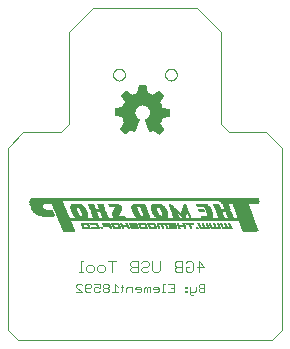
<source format=gbo>
G75*
%MOIN*%
%OFA0B0*%
%FSLAX25Y25*%
%IPPOS*%
%LPD*%
%AMOC8*
5,1,8,0,0,1.08239X$1,22.5*
%
%ADD10C,0.00400*%
%ADD11C,0.00300*%
%ADD12C,0.00000*%
%ADD13C,0.00200*%
%ADD14R,0.03366X0.00033*%
%ADD15R,0.04026X0.00033*%
%ADD16R,0.04521X0.00033*%
%ADD17R,0.04026X0.00033*%
%ADD18R,0.05049X0.00033*%
%ADD19R,0.04059X0.00033*%
%ADD20R,0.05082X0.00033*%
%ADD21R,0.04059X0.00033*%
%ADD22R,0.04092X0.00033*%
%ADD23R,0.05082X0.00033*%
%ADD24R,0.04059X0.00033*%
%ADD25R,0.05115X0.00033*%
%ADD26R,0.04092X0.00033*%
%ADD27R,0.05115X0.00033*%
%ADD28R,0.04092X0.00033*%
%ADD29R,0.04125X0.00033*%
%ADD30R,0.05148X0.00033*%
%ADD31R,0.05115X0.00033*%
%ADD32R,0.04125X0.00033*%
%ADD33R,0.05148X0.00033*%
%ADD34R,0.05148X0.00033*%
%ADD35R,0.04092X0.00033*%
%ADD36R,0.02970X0.00033*%
%ADD37R,0.03003X0.00033*%
%ADD38R,0.00627X0.00033*%
%ADD39R,0.00693X0.00033*%
%ADD40R,0.00627X0.00033*%
%ADD41R,0.02277X0.00033*%
%ADD42R,0.00660X0.00033*%
%ADD43R,0.01947X0.00033*%
%ADD44R,0.02277X0.00033*%
%ADD45R,0.01947X0.00033*%
%ADD46R,0.00726X0.00033*%
%ADD47R,0.02310X0.00033*%
%ADD48R,0.01914X0.00033*%
%ADD49R,0.03102X0.00033*%
%ADD50R,0.03102X0.00033*%
%ADD51R,0.02442X0.00033*%
%ADD52R,0.02145X0.00033*%
%ADD53R,0.02376X0.00033*%
%ADD54R,0.02145X0.00033*%
%ADD55R,0.02409X0.00033*%
%ADD56R,0.03168X0.00033*%
%ADD57R,0.00627X0.00033*%
%ADD58R,0.00726X0.00033*%
%ADD59R,0.00627X0.00033*%
%ADD60R,0.00660X0.00033*%
%ADD61R,0.02475X0.00033*%
%ADD62R,0.02277X0.00033*%
%ADD63R,0.02244X0.00033*%
%ADD64R,0.03234X0.00033*%
%ADD65R,0.03201X0.00033*%
%ADD66R,0.03234X0.00033*%
%ADD67R,0.02541X0.00033*%
%ADD68R,0.02343X0.00033*%
%ADD69R,0.02475X0.00033*%
%ADD70R,0.02508X0.00033*%
%ADD71R,0.03267X0.00033*%
%ADD72R,0.02541X0.00033*%
%ADD73R,0.02442X0.00033*%
%ADD74R,0.00726X0.00033*%
%ADD75R,0.03300X0.00033*%
%ADD76R,0.02607X0.00033*%
%ADD77R,0.00660X0.00033*%
%ADD78R,0.02574X0.00033*%
%ADD79R,0.05148X0.00033*%
%ADD80R,0.03300X0.00033*%
%ADD81R,0.03333X0.00033*%
%ADD82R,0.03333X0.00033*%
%ADD83R,0.00726X0.00033*%
%ADD84R,0.02607X0.00033*%
%ADD85R,0.00660X0.00033*%
%ADD86R,0.02574X0.00033*%
%ADD87R,0.02541X0.00033*%
%ADD88R,0.02640X0.00033*%
%ADD89R,0.03333X0.00033*%
%ADD90R,0.00594X0.00033*%
%ADD91R,0.02640X0.00033*%
%ADD92R,0.02574X0.00033*%
%ADD93R,0.03333X0.00033*%
%ADD94R,0.03366X0.00033*%
%ADD95R,0.02640X0.00033*%
%ADD96R,0.03366X0.00033*%
%ADD97R,0.03366X0.00033*%
%ADD98R,0.00693X0.00033*%
%ADD99R,0.05181X0.00033*%
%ADD100R,0.00594X0.00033*%
%ADD101R,0.00495X0.00033*%
%ADD102R,0.00528X0.00033*%
%ADD103R,0.05181X0.00033*%
%ADD104R,0.00594X0.00033*%
%ADD105R,0.02112X0.00033*%
%ADD106R,0.05181X0.00033*%
%ADD107R,0.02541X0.00033*%
%ADD108R,0.02277X0.00033*%
%ADD109R,0.02508X0.00033*%
%ADD110R,0.00594X0.00033*%
%ADD111R,0.02640X0.00033*%
%ADD112R,0.02673X0.00033*%
%ADD113R,0.02706X0.00033*%
%ADD114R,0.02706X0.00033*%
%ADD115R,0.02211X0.00033*%
%ADD116R,0.05181X0.00033*%
%ADD117R,0.00198X0.00033*%
%ADD118R,0.00792X0.00033*%
%ADD119R,0.00759X0.00033*%
%ADD120R,0.02607X0.00033*%
%ADD121R,0.02673X0.00033*%
%ADD122R,0.02706X0.00033*%
%ADD123R,0.02673X0.00033*%
%ADD124R,0.02409X0.00033*%
%ADD125R,0.04158X0.00033*%
%ADD126R,0.02376X0.00033*%
%ADD127R,0.02178X0.00033*%
%ADD128R,0.02409X0.00033*%
%ADD129R,0.02145X0.00033*%
%ADD130R,0.02442X0.00033*%
%ADD131R,0.02178X0.00033*%
%ADD132R,0.02310X0.00033*%
%ADD133R,0.03069X0.00033*%
%ADD134R,0.00396X0.00033*%
%ADD135R,0.00396X0.00033*%
%ADD136R,0.00330X0.00033*%
%ADD137R,0.00363X0.00033*%
%ADD138R,0.00297X0.00033*%
%ADD139R,0.00198X0.00033*%
%ADD140R,0.01188X0.00033*%
%ADD141R,0.00132X0.00033*%
%ADD142R,0.00363X0.00033*%
%ADD143R,0.04158X0.00033*%
%ADD144R,0.04158X0.00033*%
%ADD145R,0.65307X0.00033*%
%ADD146R,0.65340X0.00033*%
%ADD147R,0.65307X0.00033*%
%ADD148R,0.65340X0.00033*%
%ADD149R,0.65340X0.00033*%
%ADD150R,0.65340X0.00033*%
%ADD151R,0.65373X0.00033*%
%ADD152R,0.65373X0.00033*%
%ADD153R,0.01749X0.00033*%
%ADD154R,0.03399X0.00033*%
%ADD155R,0.00792X0.00033*%
%ADD156R,0.00429X0.00033*%
%ADD157R,0.02970X0.00033*%
%ADD158R,0.03960X0.00033*%
%ADD159R,0.01716X0.00033*%
%ADD160R,0.00759X0.00033*%
%ADD161R,0.03135X0.00033*%
%ADD162R,0.03465X0.00033*%
%ADD163R,0.03069X0.00033*%
%ADD164R,0.03993X0.00033*%
%ADD165R,0.01716X0.00033*%
%ADD166R,0.01749X0.00033*%
%ADD167R,0.01749X0.00033*%
%ADD168R,0.01749X0.00033*%
%ADD169R,0.03498X0.00033*%
%ADD170R,0.00792X0.00033*%
%ADD171R,0.00528X0.00033*%
%ADD172R,0.03201X0.00033*%
%ADD173R,0.04059X0.00033*%
%ADD174R,0.03399X0.00033*%
%ADD175R,0.01716X0.00033*%
%ADD176R,0.01716X0.00033*%
%ADD177R,0.03564X0.00033*%
%ADD178R,0.03630X0.00033*%
%ADD179R,0.01782X0.00033*%
%ADD180R,0.03663X0.00033*%
%ADD181R,0.03465X0.00033*%
%ADD182R,0.04191X0.00033*%
%ADD183R,0.03729X0.00033*%
%ADD184R,0.00759X0.00033*%
%ADD185R,0.03564X0.00033*%
%ADD186R,0.04257X0.00033*%
%ADD187R,0.03696X0.00033*%
%ADD188R,0.03762X0.00033*%
%ADD189R,0.04290X0.00033*%
%ADD190R,0.03828X0.00033*%
%ADD191R,0.00858X0.00033*%
%ADD192R,0.03729X0.00033*%
%ADD193R,0.04323X0.00033*%
%ADD194R,0.03795X0.00033*%
%ADD195R,0.01683X0.00033*%
%ADD196R,0.00891X0.00033*%
%ADD197R,0.03861X0.00033*%
%ADD198R,0.00924X0.00033*%
%ADD199R,0.04389X0.00033*%
%ADD200R,0.03894X0.00033*%
%ADD201R,0.03861X0.00033*%
%ADD202R,0.03894X0.00033*%
%ADD203R,0.01023X0.00033*%
%ADD204R,0.03927X0.00033*%
%ADD205R,0.04422X0.00033*%
%ADD206R,0.03927X0.00033*%
%ADD207R,0.01056X0.00033*%
%ADD208R,0.04422X0.00033*%
%ADD209R,0.01122X0.00033*%
%ADD210R,0.04488X0.00033*%
%ADD211R,0.03993X0.00033*%
%ADD212R,0.01155X0.00033*%
%ADD213R,0.04488X0.00033*%
%ADD214R,0.03960X0.00033*%
%ADD215R,0.01221X0.00033*%
%ADD216R,0.01683X0.00033*%
%ADD217R,0.01254X0.00033*%
%ADD218R,0.04554X0.00033*%
%ADD219R,0.04191X0.00033*%
%ADD220R,0.01320X0.00033*%
%ADD221R,0.04224X0.00033*%
%ADD222R,0.04224X0.00033*%
%ADD223R,0.00792X0.00033*%
%ADD224R,0.01386X0.00033*%
%ADD225R,0.04587X0.00033*%
%ADD226R,0.00825X0.00033*%
%ADD227R,0.01419X0.00033*%
%ADD228R,0.04587X0.00033*%
%ADD229R,0.04290X0.00033*%
%ADD230R,0.01485X0.00033*%
%ADD231R,0.04356X0.00033*%
%ADD232R,0.04620X0.00033*%
%ADD233R,0.01518X0.00033*%
%ADD234R,0.04389X0.00033*%
%ADD235R,0.04620X0.00033*%
%ADD236R,0.02145X0.00033*%
%ADD237R,0.01551X0.00033*%
%ADD238R,0.01815X0.00033*%
%ADD239R,0.02046X0.00033*%
%ADD240R,0.01782X0.00033*%
%ADD241R,0.02013X0.00033*%
%ADD242R,0.01980X0.00033*%
%ADD243R,0.01815X0.00033*%
%ADD244R,0.02013X0.00033*%
%ADD245R,0.01617X0.00033*%
%ADD246R,0.01815X0.00033*%
%ADD247R,0.02013X0.00033*%
%ADD248R,0.01815X0.00033*%
%ADD249R,0.04818X0.00033*%
%ADD250R,0.01914X0.00033*%
%ADD251R,0.01881X0.00033*%
%ADD252R,0.01848X0.00033*%
%ADD253R,0.02046X0.00033*%
%ADD254R,0.04917X0.00033*%
%ADD255R,0.01848X0.00033*%
%ADD256R,0.02079X0.00033*%
%ADD257R,0.05016X0.00033*%
%ADD258R,0.01848X0.00033*%
%ADD259R,0.01848X0.00033*%
%ADD260R,0.05247X0.00033*%
%ADD261R,0.01881X0.00033*%
%ADD262R,0.02178X0.00033*%
%ADD263R,0.05313X0.00033*%
%ADD264R,0.02244X0.00033*%
%ADD265R,0.05379X0.00033*%
%ADD266R,0.01980X0.00033*%
%ADD267R,0.05445X0.00033*%
%ADD268R,0.01683X0.00033*%
%ADD269R,0.05478X0.00033*%
%ADD270R,0.02046X0.00033*%
%ADD271R,0.05577X0.00033*%
%ADD272R,0.05610X0.00033*%
%ADD273R,0.05676X0.00033*%
%ADD274R,0.02244X0.00033*%
%ADD275R,0.05709X0.00033*%
%ADD276R,0.05742X0.00033*%
%ADD277R,0.05775X0.00033*%
%ADD278R,0.05808X0.00033*%
%ADD279R,0.05874X0.00033*%
%ADD280R,0.05907X0.00033*%
%ADD281R,0.05940X0.00033*%
%ADD282R,0.05973X0.00033*%
%ADD283R,0.05973X0.00033*%
%ADD284R,0.01782X0.00033*%
%ADD285R,0.06039X0.00033*%
%ADD286R,0.06072X0.00033*%
%ADD287R,0.02739X0.00033*%
%ADD288R,0.06072X0.00033*%
%ADD289R,0.00759X0.00033*%
%ADD290R,0.06105X0.00033*%
%ADD291R,0.00957X0.00033*%
%ADD292R,0.06138X0.00033*%
%ADD293R,0.00924X0.00033*%
%ADD294R,0.06171X0.00033*%
%ADD295R,0.00924X0.00033*%
%ADD296R,0.06204X0.00033*%
%ADD297R,0.01683X0.00033*%
%ADD298R,0.00957X0.00033*%
%ADD299R,0.02673X0.00033*%
%ADD300R,0.04158X0.00033*%
%ADD301R,0.06237X0.00033*%
%ADD302R,0.06237X0.00033*%
%ADD303R,0.00990X0.00033*%
%ADD304R,0.06270X0.00033*%
%ADD305R,0.02739X0.00033*%
%ADD306R,0.06303X0.00033*%
%ADD307R,0.06303X0.00033*%
%ADD308R,0.06336X0.00033*%
%ADD309R,0.06303X0.00033*%
%ADD310R,0.01881X0.00033*%
%ADD311R,0.02574X0.00033*%
%ADD312R,0.06336X0.00033*%
%ADD313R,0.06369X0.00033*%
%ADD314R,0.06369X0.00033*%
%ADD315R,0.04851X0.00033*%
%ADD316R,0.02310X0.00033*%
%ADD317R,0.04818X0.00033*%
%ADD318R,0.06402X0.00033*%
%ADD319R,0.04851X0.00033*%
%ADD320R,0.06402X0.00033*%
%ADD321R,0.06435X0.00033*%
%ADD322R,0.04884X0.00033*%
%ADD323R,0.06468X0.00033*%
%ADD324R,0.04851X0.00033*%
%ADD325R,0.01881X0.00033*%
%ADD326R,0.02310X0.00033*%
%ADD327R,0.02409X0.00033*%
%ADD328R,0.06468X0.00033*%
%ADD329R,0.02376X0.00033*%
%ADD330R,0.02772X0.00033*%
%ADD331R,0.04851X0.00033*%
%ADD332R,0.02739X0.00033*%
%ADD333R,0.06501X0.00033*%
%ADD334R,0.04884X0.00033*%
%ADD335R,0.02343X0.00033*%
%ADD336R,0.02772X0.00033*%
%ADD337R,0.06501X0.00033*%
%ADD338R,0.06534X0.00033*%
%ADD339R,0.06534X0.00033*%
%ADD340R,0.04884X0.00033*%
%ADD341R,0.02244X0.00033*%
%ADD342R,0.06567X0.00033*%
%ADD343R,0.04884X0.00033*%
%ADD344R,0.02739X0.00033*%
%ADD345R,0.06534X0.00033*%
%ADD346R,0.02211X0.00033*%
%ADD347R,0.00231X0.00033*%
%ADD348R,0.05247X0.00033*%
%ADD349R,0.04983X0.00033*%
%ADD350R,0.02112X0.00033*%
%ADD351R,0.04752X0.00033*%
%ADD352R,0.04653X0.00033*%
%ADD353R,0.02013X0.00033*%
%ADD354R,0.04455X0.00033*%
%ADD355R,0.01980X0.00033*%
%ADD356R,0.04389X0.00033*%
%ADD357R,0.01914X0.00033*%
%ADD358R,0.04356X0.00033*%
%ADD359R,0.04323X0.00033*%
%ADD360R,0.04290X0.00033*%
%ADD361R,0.04257X0.00033*%
%ADD362R,0.01650X0.00033*%
%ADD363R,0.01650X0.00033*%
%ADD364R,0.01617X0.00033*%
%ADD365R,0.04224X0.00033*%
%ADD366R,0.01584X0.00033*%
%ADD367R,0.01485X0.00033*%
%ADD368R,0.01782X0.00033*%
%ADD369R,0.04224X0.00033*%
%ADD370R,0.01485X0.00033*%
%ADD371R,0.01452X0.00033*%
%ADD372R,0.01419X0.00033*%
%ADD373R,0.01419X0.00033*%
%ADD374R,0.01419X0.00033*%
%ADD375R,0.02079X0.00033*%
%ADD376R,0.01386X0.00033*%
%ADD377R,0.02112X0.00033*%
%ADD378R,0.01320X0.00033*%
%ADD379R,0.01353X0.00033*%
%ADD380R,0.01287X0.00033*%
%ADD381R,0.04521X0.00033*%
%ADD382R,0.01947X0.00033*%
%ADD383R,0.04521X0.00033*%
%ADD384R,0.04191X0.00033*%
%ADD385R,0.01287X0.00033*%
%ADD386R,0.04455X0.00033*%
%ADD387R,0.04686X0.00033*%
%ADD388R,0.01221X0.00033*%
%ADD389R,0.01254X0.00033*%
%ADD390R,0.01221X0.00033*%
%ADD391R,0.04323X0.00033*%
%ADD392R,0.04620X0.00033*%
%ADD393R,0.03927X0.00033*%
%ADD394R,0.04323X0.00033*%
%ADD395R,0.04587X0.00033*%
%ADD396R,0.03894X0.00033*%
%ADD397R,0.03861X0.00033*%
%ADD398R,0.01155X0.00033*%
%ADD399R,0.01089X0.00033*%
%ADD400R,0.04191X0.00033*%
%ADD401R,0.01155X0.00033*%
%ADD402R,0.01089X0.00033*%
%ADD403R,0.04488X0.00033*%
%ADD404R,0.01023X0.00033*%
%ADD405R,0.03960X0.00033*%
%ADD406R,0.00990X0.00033*%
%ADD407R,0.03696X0.00033*%
%ADD408R,0.00891X0.00033*%
%ADD409R,0.03630X0.00033*%
%ADD410R,0.03795X0.00033*%
%ADD411R,0.03828X0.00033*%
%ADD412R,0.00891X0.00033*%
%ADD413R,0.03729X0.00033*%
%ADD414R,0.03597X0.00033*%
%ADD415R,0.03729X0.00033*%
%ADD416R,0.03498X0.00033*%
%ADD417R,0.03498X0.00033*%
%ADD418R,0.03597X0.00033*%
%ADD419R,0.00891X0.00033*%
%ADD420R,0.03267X0.00033*%
%ADD421R,0.03531X0.00033*%
%ADD422R,0.03432X0.00033*%
%ADD423R,0.02805X0.00033*%
%ADD424R,0.03861X0.00033*%
%ADD425R,0.02805X0.00033*%
%ADD426R,0.00825X0.00033*%
%ADD427R,0.01287X0.00033*%
%ADD428R,0.04554X0.00033*%
%ADD429R,0.04752X0.00033*%
%ADD430R,0.05214X0.00033*%
%ADD431R,0.04950X0.00033*%
%ADD432R,0.12672X0.00033*%
%ADD433R,0.11385X0.00033*%
%ADD434R,0.12804X0.00033*%
%ADD435R,0.11352X0.00033*%
%ADD436R,0.12903X0.00033*%
%ADD437R,0.11352X0.00033*%
%ADD438R,0.12870X0.00033*%
%ADD439R,0.12903X0.00033*%
%ADD440R,0.11319X0.00033*%
%ADD441R,0.12936X0.00033*%
%ADD442R,0.11319X0.00033*%
%ADD443R,0.12936X0.00033*%
%ADD444R,0.12936X0.00033*%
%ADD445R,0.11286X0.00033*%
%ADD446R,0.12936X0.00033*%
%ADD447R,0.11253X0.00033*%
%ADD448R,0.11253X0.00033*%
%ADD449R,0.12969X0.00033*%
%ADD450R,0.11220X0.00033*%
%ADD451R,0.11220X0.00033*%
%ADD452R,0.12969X0.00033*%
%ADD453R,0.11187X0.00033*%
%ADD454R,0.11154X0.00033*%
%ADD455R,0.12969X0.00033*%
%ADD456R,0.11154X0.00033*%
%ADD457R,0.11088X0.00033*%
%ADD458R,0.13002X0.00033*%
%ADD459R,0.11055X0.00033*%
%ADD460R,0.11055X0.00033*%
%ADD461R,0.11022X0.00033*%
%ADD462R,0.13002X0.00033*%
%ADD463R,0.10989X0.00033*%
%ADD464R,0.12969X0.00033*%
%ADD465R,0.10989X0.00033*%
%ADD466R,0.10956X0.00033*%
%ADD467R,0.13002X0.00033*%
%ADD468R,0.10923X0.00033*%
%ADD469R,0.10890X0.00033*%
%ADD470R,0.10857X0.00033*%
%ADD471R,0.13002X0.00033*%
%ADD472R,0.10857X0.00033*%
%ADD473R,0.10824X0.00033*%
%ADD474R,0.10791X0.00033*%
%ADD475R,0.10758X0.00033*%
%ADD476R,0.64944X0.00033*%
%ADD477R,0.10725X0.00033*%
%ADD478R,0.76131X0.00033*%
%ADD479R,0.76098X0.00033*%
%ADD480R,0.76065X0.00033*%
%ADD481R,0.76032X0.00033*%
%ADD482R,0.76032X0.00033*%
%ADD483R,0.75966X0.00033*%
%ADD484R,0.75933X0.00033*%
%ADD485R,0.75900X0.00033*%
%ADD486R,0.75867X0.00033*%
%ADD487R,0.75834X0.00033*%
%ADD488R,0.75768X0.00033*%
%ADD489R,0.75735X0.00033*%
%ADD490R,0.75669X0.00033*%
%ADD491R,0.75603X0.00033*%
%ADD492R,0.75537X0.00033*%
%ADD493R,0.75438X0.00033*%
%ADD494R,0.75306X0.00033*%
%ADD495R,0.75174X0.00033*%
%ADD496R,0.75075X0.00033*%
%ADD497R,0.74877X0.00033*%
%ADD498R,0.74316X0.00033*%
%ADD499R,0.00033X0.00033*%
D10*
X0009764Y0006829D02*
X0094741Y0006829D01*
X0098074Y0010164D01*
X0098074Y0070790D01*
X0092751Y0076113D01*
X0080307Y0076113D01*
X0077586Y0078834D01*
X0077586Y0109504D01*
X0069708Y0117382D01*
X0034797Y0117382D01*
X0026920Y0109502D01*
X0026920Y0078832D01*
X0024198Y0076111D01*
X0011754Y0076111D01*
X0006431Y0070788D01*
X0006431Y0010162D01*
X0009764Y0006829D01*
D11*
X0029381Y0022735D02*
X0031316Y0022735D01*
X0029381Y0024670D01*
X0029381Y0025154D01*
X0029864Y0025637D01*
X0030832Y0025637D01*
X0031316Y0025154D01*
X0032327Y0025154D02*
X0032811Y0025637D01*
X0033778Y0025637D01*
X0034262Y0025154D01*
X0034262Y0024670D01*
X0033778Y0024186D01*
X0032327Y0024186D01*
X0032327Y0023219D02*
X0032327Y0025154D01*
X0032327Y0023219D02*
X0032811Y0022735D01*
X0033778Y0022735D01*
X0034262Y0023219D01*
X0035274Y0023219D02*
X0035757Y0022735D01*
X0036725Y0022735D01*
X0037209Y0023219D01*
X0037209Y0024186D02*
X0036241Y0024670D01*
X0035757Y0024670D01*
X0035274Y0024186D01*
X0035274Y0023219D01*
X0037209Y0024186D02*
X0037209Y0025637D01*
X0035274Y0025637D01*
X0038220Y0025154D02*
X0038220Y0024670D01*
X0038704Y0024186D01*
X0039671Y0024186D01*
X0040155Y0024670D01*
X0040155Y0025154D01*
X0039671Y0025637D01*
X0038704Y0025637D01*
X0038220Y0025154D01*
X0038704Y0024186D02*
X0038220Y0023702D01*
X0038220Y0023219D01*
X0038704Y0022735D01*
X0039671Y0022735D01*
X0040155Y0023219D01*
X0040155Y0023702D01*
X0039671Y0024186D01*
X0041167Y0022735D02*
X0043102Y0022735D01*
X0042134Y0022735D02*
X0042134Y0025637D01*
X0043102Y0024670D01*
X0044098Y0024670D02*
X0045066Y0024670D01*
X0044582Y0025154D02*
X0044582Y0023219D01*
X0044098Y0022735D01*
X0046078Y0022735D02*
X0046078Y0024186D01*
X0046561Y0024670D01*
X0048012Y0024670D01*
X0048012Y0022735D01*
X0049024Y0023702D02*
X0050959Y0023702D01*
X0050959Y0023219D02*
X0050959Y0024186D01*
X0050475Y0024670D01*
X0049508Y0024670D01*
X0049024Y0024186D01*
X0049024Y0023702D01*
X0049508Y0022735D02*
X0050475Y0022735D01*
X0050959Y0023219D01*
X0051971Y0022735D02*
X0051971Y0024186D01*
X0052454Y0024670D01*
X0052938Y0024186D01*
X0052938Y0022735D01*
X0053906Y0022735D02*
X0053906Y0024670D01*
X0053422Y0024670D01*
X0052938Y0024186D01*
X0054917Y0024186D02*
X0054917Y0023702D01*
X0056852Y0023702D01*
X0056852Y0023219D02*
X0056852Y0024186D01*
X0056368Y0024670D01*
X0055401Y0024670D01*
X0054917Y0024186D01*
X0055401Y0022735D02*
X0056368Y0022735D01*
X0056852Y0023219D01*
X0057849Y0022735D02*
X0058816Y0022735D01*
X0058333Y0022735D02*
X0058333Y0025637D01*
X0058816Y0025637D01*
X0059828Y0025637D02*
X0061763Y0025637D01*
X0061763Y0022735D01*
X0059828Y0022735D01*
X0060795Y0024186D02*
X0061763Y0024186D01*
X0065699Y0024186D02*
X0066183Y0024186D01*
X0066183Y0024670D01*
X0065699Y0024670D01*
X0065699Y0024186D01*
X0065699Y0023219D02*
X0065699Y0022735D01*
X0066183Y0022735D01*
X0066183Y0023219D01*
X0065699Y0023219D01*
X0067194Y0022735D02*
X0068645Y0022735D01*
X0069129Y0023219D01*
X0069129Y0024670D01*
X0070141Y0024670D02*
X0070141Y0025154D01*
X0070624Y0025637D01*
X0072076Y0025637D01*
X0072076Y0022735D01*
X0070624Y0022735D01*
X0070141Y0023219D01*
X0070141Y0023702D01*
X0070624Y0024186D01*
X0072076Y0024186D01*
X0070624Y0024186D02*
X0070141Y0024670D01*
X0067194Y0024670D02*
X0067194Y0022251D01*
X0067678Y0021767D01*
X0068162Y0021767D01*
X0067655Y0029451D02*
X0066421Y0029451D01*
X0065804Y0030068D01*
X0065804Y0031302D01*
X0067038Y0031302D01*
X0065804Y0032537D02*
X0066421Y0033154D01*
X0067655Y0033154D01*
X0068273Y0032537D01*
X0068273Y0030068D01*
X0067655Y0029451D01*
X0070104Y0029451D02*
X0070104Y0033154D01*
X0071956Y0031302D01*
X0069487Y0031302D01*
X0064590Y0031302D02*
X0062738Y0031302D01*
X0062121Y0030685D01*
X0062121Y0030068D01*
X0062738Y0029451D01*
X0064590Y0029451D01*
X0064590Y0033154D01*
X0062738Y0033154D01*
X0062121Y0032537D01*
X0062121Y0031919D01*
X0062738Y0031302D01*
X0057223Y0030068D02*
X0056606Y0029451D01*
X0055372Y0029451D01*
X0054754Y0030068D01*
X0054754Y0033154D01*
X0053540Y0032537D02*
X0053540Y0031919D01*
X0052923Y0031302D01*
X0051689Y0031302D01*
X0051071Y0030685D01*
X0051071Y0030068D01*
X0051689Y0029451D01*
X0052923Y0029451D01*
X0053540Y0030068D01*
X0053540Y0032537D02*
X0052923Y0033154D01*
X0051689Y0033154D01*
X0051071Y0032537D01*
X0049857Y0033154D02*
X0048005Y0033154D01*
X0047388Y0032537D01*
X0047388Y0031919D01*
X0048005Y0031302D01*
X0049857Y0031302D01*
X0049857Y0029451D02*
X0049857Y0033154D01*
X0048005Y0031302D02*
X0047388Y0030685D01*
X0047388Y0030068D01*
X0048005Y0029451D01*
X0049857Y0029451D01*
X0057223Y0030068D02*
X0057223Y0033154D01*
X0042491Y0033154D02*
X0040022Y0033154D01*
X0041256Y0033154D02*
X0041256Y0029451D01*
X0038808Y0030068D02*
X0038190Y0029451D01*
X0036956Y0029451D01*
X0036339Y0030068D01*
X0036339Y0031302D01*
X0036956Y0031919D01*
X0038190Y0031919D01*
X0038808Y0031302D01*
X0038808Y0030068D01*
X0035124Y0030068D02*
X0034507Y0029451D01*
X0033273Y0029451D01*
X0032656Y0030068D01*
X0032656Y0031302D01*
X0033273Y0031919D01*
X0034507Y0031919D01*
X0035124Y0031302D01*
X0035124Y0030068D01*
X0031441Y0029451D02*
X0030207Y0029451D01*
X0030824Y0029451D02*
X0030824Y0033154D01*
X0031441Y0033154D01*
D12*
X0041622Y0095318D02*
X0041624Y0095406D01*
X0041630Y0095494D01*
X0041640Y0095582D01*
X0041654Y0095670D01*
X0041671Y0095756D01*
X0041693Y0095842D01*
X0041718Y0095926D01*
X0041748Y0096010D01*
X0041780Y0096092D01*
X0041817Y0096172D01*
X0041857Y0096251D01*
X0041901Y0096328D01*
X0041948Y0096403D01*
X0041998Y0096475D01*
X0042052Y0096546D01*
X0042108Y0096613D01*
X0042168Y0096679D01*
X0042230Y0096741D01*
X0042296Y0096801D01*
X0042363Y0096857D01*
X0042434Y0096911D01*
X0042506Y0096961D01*
X0042581Y0097008D01*
X0042658Y0097052D01*
X0042737Y0097092D01*
X0042817Y0097129D01*
X0042899Y0097161D01*
X0042983Y0097191D01*
X0043067Y0097216D01*
X0043153Y0097238D01*
X0043239Y0097255D01*
X0043327Y0097269D01*
X0043415Y0097279D01*
X0043503Y0097285D01*
X0043591Y0097287D01*
X0043679Y0097285D01*
X0043767Y0097279D01*
X0043855Y0097269D01*
X0043943Y0097255D01*
X0044029Y0097238D01*
X0044115Y0097216D01*
X0044199Y0097191D01*
X0044283Y0097161D01*
X0044365Y0097129D01*
X0044445Y0097092D01*
X0044524Y0097052D01*
X0044601Y0097008D01*
X0044676Y0096961D01*
X0044748Y0096911D01*
X0044819Y0096857D01*
X0044886Y0096801D01*
X0044952Y0096741D01*
X0045014Y0096679D01*
X0045074Y0096613D01*
X0045130Y0096546D01*
X0045184Y0096475D01*
X0045234Y0096403D01*
X0045281Y0096328D01*
X0045325Y0096251D01*
X0045365Y0096172D01*
X0045402Y0096092D01*
X0045434Y0096010D01*
X0045464Y0095926D01*
X0045489Y0095842D01*
X0045511Y0095756D01*
X0045528Y0095670D01*
X0045542Y0095582D01*
X0045552Y0095494D01*
X0045558Y0095406D01*
X0045560Y0095318D01*
X0045558Y0095230D01*
X0045552Y0095142D01*
X0045542Y0095054D01*
X0045528Y0094966D01*
X0045511Y0094880D01*
X0045489Y0094794D01*
X0045464Y0094710D01*
X0045434Y0094626D01*
X0045402Y0094544D01*
X0045365Y0094464D01*
X0045325Y0094385D01*
X0045281Y0094308D01*
X0045234Y0094233D01*
X0045184Y0094161D01*
X0045130Y0094090D01*
X0045074Y0094023D01*
X0045014Y0093957D01*
X0044952Y0093895D01*
X0044886Y0093835D01*
X0044819Y0093779D01*
X0044748Y0093725D01*
X0044676Y0093675D01*
X0044601Y0093628D01*
X0044524Y0093584D01*
X0044445Y0093544D01*
X0044365Y0093507D01*
X0044283Y0093475D01*
X0044199Y0093445D01*
X0044115Y0093420D01*
X0044029Y0093398D01*
X0043943Y0093381D01*
X0043855Y0093367D01*
X0043767Y0093357D01*
X0043679Y0093351D01*
X0043591Y0093349D01*
X0043503Y0093351D01*
X0043415Y0093357D01*
X0043327Y0093367D01*
X0043239Y0093381D01*
X0043153Y0093398D01*
X0043067Y0093420D01*
X0042983Y0093445D01*
X0042899Y0093475D01*
X0042817Y0093507D01*
X0042737Y0093544D01*
X0042658Y0093584D01*
X0042581Y0093628D01*
X0042506Y0093675D01*
X0042434Y0093725D01*
X0042363Y0093779D01*
X0042296Y0093835D01*
X0042230Y0093895D01*
X0042168Y0093957D01*
X0042108Y0094023D01*
X0042052Y0094090D01*
X0041998Y0094161D01*
X0041948Y0094233D01*
X0041901Y0094308D01*
X0041857Y0094385D01*
X0041817Y0094464D01*
X0041780Y0094544D01*
X0041748Y0094626D01*
X0041718Y0094710D01*
X0041693Y0094794D01*
X0041671Y0094880D01*
X0041654Y0094966D01*
X0041640Y0095054D01*
X0041630Y0095142D01*
X0041624Y0095230D01*
X0041622Y0095318D01*
X0058945Y0095318D02*
X0058947Y0095406D01*
X0058953Y0095494D01*
X0058963Y0095582D01*
X0058977Y0095670D01*
X0058994Y0095756D01*
X0059016Y0095842D01*
X0059041Y0095926D01*
X0059071Y0096010D01*
X0059103Y0096092D01*
X0059140Y0096172D01*
X0059180Y0096251D01*
X0059224Y0096328D01*
X0059271Y0096403D01*
X0059321Y0096475D01*
X0059375Y0096546D01*
X0059431Y0096613D01*
X0059491Y0096679D01*
X0059553Y0096741D01*
X0059619Y0096801D01*
X0059686Y0096857D01*
X0059757Y0096911D01*
X0059829Y0096961D01*
X0059904Y0097008D01*
X0059981Y0097052D01*
X0060060Y0097092D01*
X0060140Y0097129D01*
X0060222Y0097161D01*
X0060306Y0097191D01*
X0060390Y0097216D01*
X0060476Y0097238D01*
X0060562Y0097255D01*
X0060650Y0097269D01*
X0060738Y0097279D01*
X0060826Y0097285D01*
X0060914Y0097287D01*
X0061002Y0097285D01*
X0061090Y0097279D01*
X0061178Y0097269D01*
X0061266Y0097255D01*
X0061352Y0097238D01*
X0061438Y0097216D01*
X0061522Y0097191D01*
X0061606Y0097161D01*
X0061688Y0097129D01*
X0061768Y0097092D01*
X0061847Y0097052D01*
X0061924Y0097008D01*
X0061999Y0096961D01*
X0062071Y0096911D01*
X0062142Y0096857D01*
X0062209Y0096801D01*
X0062275Y0096741D01*
X0062337Y0096679D01*
X0062397Y0096613D01*
X0062453Y0096546D01*
X0062507Y0096475D01*
X0062557Y0096403D01*
X0062604Y0096328D01*
X0062648Y0096251D01*
X0062688Y0096172D01*
X0062725Y0096092D01*
X0062757Y0096010D01*
X0062787Y0095926D01*
X0062812Y0095842D01*
X0062834Y0095756D01*
X0062851Y0095670D01*
X0062865Y0095582D01*
X0062875Y0095494D01*
X0062881Y0095406D01*
X0062883Y0095318D01*
X0062881Y0095230D01*
X0062875Y0095142D01*
X0062865Y0095054D01*
X0062851Y0094966D01*
X0062834Y0094880D01*
X0062812Y0094794D01*
X0062787Y0094710D01*
X0062757Y0094626D01*
X0062725Y0094544D01*
X0062688Y0094464D01*
X0062648Y0094385D01*
X0062604Y0094308D01*
X0062557Y0094233D01*
X0062507Y0094161D01*
X0062453Y0094090D01*
X0062397Y0094023D01*
X0062337Y0093957D01*
X0062275Y0093895D01*
X0062209Y0093835D01*
X0062142Y0093779D01*
X0062071Y0093725D01*
X0061999Y0093675D01*
X0061924Y0093628D01*
X0061847Y0093584D01*
X0061768Y0093544D01*
X0061688Y0093507D01*
X0061606Y0093475D01*
X0061522Y0093445D01*
X0061438Y0093420D01*
X0061352Y0093398D01*
X0061266Y0093381D01*
X0061178Y0093367D01*
X0061090Y0093357D01*
X0061002Y0093351D01*
X0060914Y0093349D01*
X0060826Y0093351D01*
X0060738Y0093357D01*
X0060650Y0093367D01*
X0060562Y0093381D01*
X0060476Y0093398D01*
X0060390Y0093420D01*
X0060306Y0093445D01*
X0060222Y0093475D01*
X0060140Y0093507D01*
X0060060Y0093544D01*
X0059981Y0093584D01*
X0059904Y0093628D01*
X0059829Y0093675D01*
X0059757Y0093725D01*
X0059686Y0093779D01*
X0059619Y0093835D01*
X0059553Y0093895D01*
X0059491Y0093957D01*
X0059431Y0094023D01*
X0059375Y0094090D01*
X0059321Y0094161D01*
X0059271Y0094233D01*
X0059224Y0094308D01*
X0059180Y0094385D01*
X0059140Y0094464D01*
X0059103Y0094544D01*
X0059071Y0094626D01*
X0059041Y0094710D01*
X0059016Y0094794D01*
X0058994Y0094880D01*
X0058977Y0094966D01*
X0058963Y0095054D01*
X0058953Y0095142D01*
X0058947Y0095230D01*
X0058945Y0095318D01*
D13*
X0056754Y0089920D02*
X0057204Y0089570D01*
X0057704Y0089070D01*
X0058104Y0088620D01*
X0058354Y0088370D01*
X0056954Y0086320D01*
X0057254Y0085820D01*
X0057554Y0085170D01*
X0057704Y0084620D01*
X0057854Y0084270D01*
X0060304Y0083870D01*
X0060304Y0081670D01*
X0057854Y0081270D01*
X0057654Y0080570D01*
X0057504Y0080070D01*
X0057304Y0079670D01*
X0056954Y0079070D01*
X0058404Y0077070D01*
X0058004Y0076620D01*
X0057654Y0076270D01*
X0057204Y0075870D01*
X0056854Y0075570D01*
X0054804Y0076970D01*
X0053654Y0076370D01*
X0052254Y0080370D01*
X0052751Y0080619D01*
X0053183Y0080968D01*
X0053531Y0081402D01*
X0053777Y0081900D01*
X0053912Y0082440D01*
X0053927Y0082995D01*
X0053823Y0083541D01*
X0053605Y0084053D01*
X0053283Y0084505D01*
X0052870Y0084878D01*
X0052388Y0085154D01*
X0051858Y0085321D01*
X0051304Y0085370D01*
X0050768Y0085304D01*
X0050257Y0085131D01*
X0049792Y0084856D01*
X0049393Y0084493D01*
X0049077Y0084056D01*
X0048856Y0083564D01*
X0048740Y0083037D01*
X0048734Y0082497D01*
X0048838Y0081968D01*
X0049048Y0081470D01*
X0049354Y0081027D01*
X0049745Y0080655D01*
X0050204Y0080370D01*
X0048654Y0076470D01*
X0048054Y0076720D01*
X0047454Y0077120D01*
X0045454Y0075720D01*
X0045054Y0076070D01*
X0044704Y0076420D01*
X0044304Y0076870D01*
X0043954Y0077320D01*
X0045404Y0079420D01*
X0045054Y0080020D01*
X0044854Y0080620D01*
X0044654Y0081420D01*
X0042204Y0081870D01*
X0042204Y0083020D01*
X0042254Y0083570D01*
X0042304Y0084070D01*
X0044754Y0084520D01*
X0044954Y0085170D01*
X0045204Y0085720D01*
X0045554Y0086320D01*
X0045604Y0086420D01*
X0044204Y0088370D01*
X0044604Y0088870D01*
X0045104Y0089370D01*
X0045504Y0089720D01*
X0045854Y0089970D01*
X0047904Y0088520D01*
X0048354Y0088770D01*
X0048804Y0088970D01*
X0049254Y0089170D01*
X0049704Y0089270D01*
X0050154Y0091720D01*
X0050754Y0091770D01*
X0051904Y0091770D01*
X0052404Y0091720D01*
X0052804Y0089320D01*
X0053554Y0089070D01*
X0054054Y0088870D01*
X0054754Y0088470D01*
X0056754Y0089920D01*
X0056768Y0089909D02*
X0056739Y0089909D01*
X0056465Y0089711D02*
X0057023Y0089711D01*
X0057262Y0089512D02*
X0056191Y0089512D01*
X0055918Y0089314D02*
X0057460Y0089314D01*
X0057659Y0089115D02*
X0055644Y0089115D01*
X0055370Y0088917D02*
X0057840Y0088917D01*
X0058017Y0088718D02*
X0055096Y0088718D01*
X0054822Y0088520D02*
X0058204Y0088520D01*
X0058321Y0088321D02*
X0044239Y0088321D01*
X0044324Y0088520D02*
X0054667Y0088520D01*
X0054320Y0088718D02*
X0048260Y0088718D01*
X0048684Y0088917D02*
X0053938Y0088917D01*
X0053419Y0089115D02*
X0049130Y0089115D01*
X0049712Y0089314D02*
X0052823Y0089314D01*
X0052772Y0089512D02*
X0049748Y0089512D01*
X0049785Y0089711D02*
X0052739Y0089711D01*
X0052706Y0089909D02*
X0049821Y0089909D01*
X0049858Y0090108D02*
X0052673Y0090108D01*
X0052640Y0090306D02*
X0049894Y0090306D01*
X0049931Y0090505D02*
X0052607Y0090505D01*
X0052573Y0090703D02*
X0049967Y0090703D01*
X0050004Y0090902D02*
X0052540Y0090902D01*
X0052507Y0091100D02*
X0050040Y0091100D01*
X0050077Y0091299D02*
X0052474Y0091299D01*
X0052441Y0091497D02*
X0050113Y0091497D01*
X0050150Y0091696D02*
X0052408Y0091696D01*
X0047624Y0088718D02*
X0044482Y0088718D01*
X0044651Y0088917D02*
X0047343Y0088917D01*
X0047063Y0089115D02*
X0044849Y0089115D01*
X0045048Y0089314D02*
X0046782Y0089314D01*
X0046501Y0089512D02*
X0045266Y0089512D01*
X0045493Y0089711D02*
X0046221Y0089711D01*
X0045940Y0089909D02*
X0045769Y0089909D01*
X0044382Y0088122D02*
X0058185Y0088122D01*
X0058049Y0087924D02*
X0044524Y0087924D01*
X0044667Y0087725D02*
X0057914Y0087725D01*
X0057778Y0087527D02*
X0044809Y0087527D01*
X0044952Y0087328D02*
X0057643Y0087328D01*
X0057507Y0087130D02*
X0045094Y0087130D01*
X0045237Y0086931D02*
X0057372Y0086931D01*
X0057236Y0086733D02*
X0045379Y0086733D01*
X0045522Y0086534D02*
X0057100Y0086534D01*
X0056965Y0086336D02*
X0045562Y0086336D01*
X0045447Y0086137D02*
X0057064Y0086137D01*
X0057183Y0085939D02*
X0045332Y0085939D01*
X0045216Y0085740D02*
X0057291Y0085740D01*
X0057382Y0085542D02*
X0045123Y0085542D01*
X0045033Y0085343D02*
X0051087Y0085343D01*
X0051605Y0085343D02*
X0057474Y0085343D01*
X0057561Y0085145D02*
X0052405Y0085145D01*
X0052752Y0084946D02*
X0057615Y0084946D01*
X0057669Y0084748D02*
X0053015Y0084748D01*
X0053234Y0084549D02*
X0057734Y0084549D01*
X0057819Y0084351D02*
X0053393Y0084351D01*
X0053534Y0084152D02*
X0058575Y0084152D01*
X0059791Y0083954D02*
X0053647Y0083954D01*
X0053732Y0083755D02*
X0060304Y0083755D01*
X0060304Y0083557D02*
X0053817Y0083557D01*
X0053858Y0083358D02*
X0060304Y0083358D01*
X0060304Y0083160D02*
X0053896Y0083160D01*
X0053926Y0082961D02*
X0060304Y0082961D01*
X0060304Y0082763D02*
X0053921Y0082763D01*
X0053915Y0082564D02*
X0060304Y0082564D01*
X0060304Y0082366D02*
X0053893Y0082366D01*
X0053844Y0082167D02*
X0060304Y0082167D01*
X0060304Y0081969D02*
X0053795Y0081969D01*
X0053713Y0081770D02*
X0060304Y0081770D01*
X0059701Y0081572D02*
X0053615Y0081572D01*
X0053508Y0081373D02*
X0058486Y0081373D01*
X0057827Y0081175D02*
X0053349Y0081175D01*
X0053190Y0080976D02*
X0057770Y0080976D01*
X0057713Y0080778D02*
X0052948Y0080778D01*
X0052672Y0080579D02*
X0057657Y0080579D01*
X0057597Y0080381D02*
X0052275Y0080381D01*
X0052320Y0080182D02*
X0057538Y0080182D01*
X0057461Y0079984D02*
X0052389Y0079984D01*
X0052459Y0079785D02*
X0057362Y0079785D01*
X0057255Y0079587D02*
X0052528Y0079587D01*
X0052598Y0079388D02*
X0057139Y0079388D01*
X0057024Y0079189D02*
X0052667Y0079189D01*
X0052737Y0078991D02*
X0057011Y0078991D01*
X0057155Y0078792D02*
X0052806Y0078792D01*
X0052876Y0078594D02*
X0057299Y0078594D01*
X0057443Y0078395D02*
X0052945Y0078395D01*
X0053015Y0078197D02*
X0057587Y0078197D01*
X0057731Y0077998D02*
X0053084Y0077998D01*
X0053154Y0077800D02*
X0057875Y0077800D01*
X0058019Y0077601D02*
X0053223Y0077601D01*
X0053292Y0077403D02*
X0058163Y0077403D01*
X0058307Y0077204D02*
X0053362Y0077204D01*
X0053431Y0077006D02*
X0058347Y0077006D01*
X0058171Y0076807D02*
X0055042Y0076807D01*
X0055333Y0076609D02*
X0057993Y0076609D01*
X0057794Y0076410D02*
X0055624Y0076410D01*
X0055914Y0076212D02*
X0057589Y0076212D01*
X0057365Y0076013D02*
X0056205Y0076013D01*
X0056496Y0075815D02*
X0057140Y0075815D01*
X0056908Y0075616D02*
X0056786Y0075616D01*
X0054492Y0076807D02*
X0053501Y0076807D01*
X0053570Y0076609D02*
X0054112Y0076609D01*
X0053731Y0076410D02*
X0053640Y0076410D01*
X0049340Y0078197D02*
X0044559Y0078197D01*
X0044422Y0077998D02*
X0049261Y0077998D01*
X0049183Y0077800D02*
X0044285Y0077800D01*
X0044148Y0077601D02*
X0049104Y0077601D01*
X0049025Y0077403D02*
X0044011Y0077403D01*
X0044044Y0077204D02*
X0048946Y0077204D01*
X0048867Y0077006D02*
X0047625Y0077006D01*
X0047291Y0077006D02*
X0044198Y0077006D01*
X0044360Y0076807D02*
X0047007Y0076807D01*
X0046724Y0076609D02*
X0044536Y0076609D01*
X0044714Y0076410D02*
X0046440Y0076410D01*
X0046157Y0076212D02*
X0044912Y0076212D01*
X0045119Y0076013D02*
X0045873Y0076013D01*
X0045589Y0075815D02*
X0045346Y0075815D01*
X0044697Y0078395D02*
X0049419Y0078395D01*
X0049498Y0078594D02*
X0044834Y0078594D01*
X0044971Y0078792D02*
X0049577Y0078792D01*
X0049656Y0078991D02*
X0045108Y0078991D01*
X0045245Y0079189D02*
X0049735Y0079189D01*
X0049814Y0079388D02*
X0045382Y0079388D01*
X0045307Y0079587D02*
X0049893Y0079587D01*
X0049972Y0079785D02*
X0045191Y0079785D01*
X0045075Y0079984D02*
X0050050Y0079984D01*
X0050129Y0080182D02*
X0045000Y0080182D01*
X0044934Y0080381D02*
X0050187Y0080381D01*
X0049867Y0080579D02*
X0044868Y0080579D01*
X0044815Y0080778D02*
X0049616Y0080778D01*
X0049407Y0080976D02*
X0044765Y0080976D01*
X0044715Y0081175D02*
X0049252Y0081175D01*
X0049115Y0081373D02*
X0044666Y0081373D01*
X0043828Y0081572D02*
X0049005Y0081572D01*
X0048921Y0081770D02*
X0042748Y0081770D01*
X0042204Y0081969D02*
X0048837Y0081969D01*
X0048798Y0082167D02*
X0042204Y0082167D01*
X0042204Y0082366D02*
X0048759Y0082366D01*
X0048734Y0082564D02*
X0042204Y0082564D01*
X0042204Y0082763D02*
X0048737Y0082763D01*
X0048739Y0082961D02*
X0042204Y0082961D01*
X0042217Y0083160D02*
X0048767Y0083160D01*
X0048810Y0083358D02*
X0042235Y0083358D01*
X0042253Y0083557D02*
X0048854Y0083557D01*
X0048941Y0083755D02*
X0042273Y0083755D01*
X0042292Y0083954D02*
X0049031Y0083954D01*
X0049146Y0084152D02*
X0042752Y0084152D01*
X0043833Y0084351D02*
X0049290Y0084351D01*
X0049455Y0084549D02*
X0044763Y0084549D01*
X0044824Y0084748D02*
X0049673Y0084748D01*
X0049945Y0084946D02*
X0044885Y0084946D01*
X0044946Y0085145D02*
X0050299Y0085145D01*
X0048788Y0076807D02*
X0047923Y0076807D01*
X0048321Y0076609D02*
X0048709Y0076609D01*
D14*
X0075776Y0044197D03*
X0026672Y0042943D03*
D15*
X0027002Y0042976D03*
X0029609Y0051424D03*
X0043502Y0047926D03*
X0043535Y0047860D03*
X0056372Y0051424D03*
X0071420Y0051358D03*
X0072806Y0047827D03*
X0072806Y0047794D03*
D16*
X0087210Y0043009D03*
X0051537Y0047794D03*
X0050151Y0051292D03*
X0016887Y0050071D03*
X0016095Y0051919D03*
D17*
X0026969Y0043009D03*
X0050201Y0051787D03*
X0071387Y0051391D03*
D18*
X0087408Y0043108D03*
X0087441Y0043042D03*
D19*
X0043485Y0047959D03*
X0026952Y0043042D03*
D20*
X0087425Y0043075D03*
D21*
X0050184Y0051754D03*
X0026952Y0043075D03*
D22*
X0026936Y0043108D03*
X0026573Y0043933D03*
X0026540Y0043999D03*
X0026441Y0044230D03*
X0026408Y0044296D03*
X0026375Y0044395D03*
X0026309Y0044527D03*
X0026309Y0044560D03*
X0026276Y0044626D03*
X0026243Y0044692D03*
X0026177Y0044857D03*
X0023537Y0051094D03*
X0029609Y0051391D03*
X0043469Y0047992D03*
X0056372Y0051391D03*
X0071486Y0051259D03*
X0071519Y0051226D03*
X0072806Y0047926D03*
D23*
X0087359Y0043207D03*
X0087392Y0043141D03*
D24*
X0072822Y0047860D03*
X0071469Y0051292D03*
X0057807Y0047728D03*
X0031044Y0047728D03*
X0026919Y0043141D03*
D25*
X0086286Y0046078D03*
X0086352Y0045913D03*
X0086385Y0045814D03*
X0086451Y0045649D03*
X0087210Y0043537D03*
X0087309Y0043306D03*
X0087309Y0043273D03*
X0087375Y0043174D03*
D26*
X0026903Y0043207D03*
X0026903Y0043174D03*
X0026474Y0044164D03*
X0026210Y0044758D03*
X0026210Y0044791D03*
D27*
X0087342Y0043240D03*
D28*
X0072806Y0047893D03*
X0057791Y0047761D03*
X0026870Y0043240D03*
X0026507Y0044065D03*
X0026408Y0044329D03*
X0026111Y0045022D03*
D29*
X0026127Y0044989D03*
X0026127Y0044956D03*
X0026160Y0044923D03*
X0026193Y0044824D03*
X0026259Y0044659D03*
X0026325Y0044494D03*
X0026358Y0044428D03*
X0026391Y0044362D03*
X0026424Y0044263D03*
X0026490Y0044131D03*
X0026490Y0044098D03*
X0026523Y0044032D03*
X0026556Y0043966D03*
X0026589Y0043867D03*
X0026622Y0043834D03*
X0026622Y0043801D03*
X0026655Y0043735D03*
X0026655Y0043702D03*
X0026688Y0043669D03*
X0026721Y0043603D03*
X0026721Y0043570D03*
X0026754Y0043537D03*
X0026787Y0043471D03*
X0026787Y0043438D03*
X0026787Y0043405D03*
X0026820Y0043339D03*
X0026853Y0043306D03*
X0026853Y0043273D03*
X0026094Y0045055D03*
X0026094Y0045088D03*
X0026061Y0045121D03*
X0026028Y0045187D03*
X0026028Y0045220D03*
X0026028Y0045253D03*
X0025995Y0045319D03*
X0025962Y0045352D03*
X0025962Y0045385D03*
X0025929Y0045451D03*
X0025929Y0045484D03*
X0025863Y0045616D03*
X0025863Y0045649D03*
X0025797Y0045781D03*
X0025764Y0045880D03*
X0025731Y0045946D03*
X0025698Y0046012D03*
X0025665Y0046078D03*
X0025632Y0046177D03*
X0025566Y0046309D03*
X0025566Y0046342D03*
X0025533Y0046408D03*
X0025500Y0046441D03*
X0025500Y0046474D03*
X0025170Y0047266D03*
X0025104Y0047431D03*
X0025038Y0047563D03*
X0025038Y0047596D03*
X0025005Y0047662D03*
X0024972Y0047728D03*
X0024939Y0047794D03*
X0024939Y0047827D03*
X0024906Y0047860D03*
X0024873Y0047959D03*
X0024840Y0048058D03*
X0024807Y0048091D03*
X0024807Y0048124D03*
X0024774Y0048157D03*
X0024774Y0048223D03*
X0024741Y0048256D03*
X0024741Y0048289D03*
X0024708Y0048355D03*
X0024675Y0048421D03*
X0024642Y0048487D03*
X0024642Y0048520D03*
X0024609Y0048553D03*
X0024576Y0048652D03*
X0024576Y0048685D03*
X0024543Y0048751D03*
X0024510Y0048817D03*
X0024477Y0048883D03*
X0024477Y0048916D03*
X0024444Y0048949D03*
X0024444Y0048982D03*
X0024411Y0049048D03*
X0024411Y0049081D03*
X0024378Y0049114D03*
X0024345Y0049180D03*
X0024345Y0049213D03*
X0024312Y0049312D03*
X0024279Y0049345D03*
X0024279Y0049378D03*
X0024246Y0049444D03*
X0024246Y0049477D03*
X0024213Y0049510D03*
X0024180Y0049576D03*
X0024180Y0049609D03*
X0024147Y0049708D03*
X0024114Y0049741D03*
X0024114Y0049774D03*
X0024081Y0049807D03*
X0024048Y0049906D03*
X0024048Y0049939D03*
X0024015Y0050005D03*
X0023982Y0050071D03*
X0023949Y0050137D03*
X0023949Y0050170D03*
X0023916Y0050203D03*
X0023883Y0050269D03*
X0023883Y0050302D03*
X0023850Y0050401D03*
X0023817Y0050434D03*
X0023817Y0050467D03*
X0023784Y0050533D03*
X0023751Y0050566D03*
X0023751Y0050599D03*
X0023751Y0050632D03*
X0023718Y0050698D03*
X0023685Y0050731D03*
X0023685Y0050764D03*
X0023652Y0050830D03*
X0023652Y0050863D03*
X0023619Y0050896D03*
X0023586Y0050962D03*
X0023586Y0050995D03*
X0023553Y0051028D03*
X0023520Y0051127D03*
X0023520Y0051160D03*
X0023487Y0051226D03*
X0023454Y0051259D03*
X0023454Y0051292D03*
X0023421Y0051358D03*
X0023421Y0051391D03*
X0023388Y0051424D03*
X0023388Y0051457D03*
X0023355Y0051523D03*
X0023355Y0051556D03*
X0023322Y0051589D03*
X0023289Y0051655D03*
X0023289Y0051688D03*
X0023256Y0051787D03*
X0023223Y0051820D03*
X0023223Y0051853D03*
X0023190Y0051919D03*
X0023157Y0051985D03*
X0023124Y0052051D03*
X0050184Y0051721D03*
X0051900Y0047398D03*
X0072789Y0047959D03*
X0072789Y0047992D03*
D30*
X0084224Y0051787D03*
X0084224Y0051820D03*
X0084257Y0051721D03*
X0084257Y0051688D03*
X0084356Y0051457D03*
X0084356Y0051424D03*
X0084389Y0051358D03*
X0084488Y0051094D03*
X0084521Y0050995D03*
X0084521Y0050962D03*
X0084620Y0050731D03*
X0084620Y0050698D03*
X0084653Y0050632D03*
X0084686Y0050533D03*
X0084785Y0050269D03*
X0084818Y0050170D03*
X0084917Y0049906D03*
X0084950Y0049807D03*
X0085313Y0048817D03*
X0085511Y0048289D03*
X0085577Y0048091D03*
X0085643Y0047926D03*
X0085742Y0047662D03*
X0085775Y0047563D03*
X0085775Y0047530D03*
X0085874Y0047299D03*
X0085874Y0047266D03*
X0086138Y0046507D03*
X0086171Y0046441D03*
X0086171Y0046408D03*
X0086270Y0046177D03*
X0086270Y0046144D03*
X0086303Y0046045D03*
X0086303Y0046012D03*
X0086336Y0045946D03*
X0086402Y0045781D03*
X0086402Y0045748D03*
X0086435Y0045682D03*
X0086468Y0045616D03*
X0086468Y0045583D03*
X0086567Y0045352D03*
X0086567Y0045319D03*
X0086600Y0045253D03*
X0086600Y0045220D03*
X0086699Y0044989D03*
X0086732Y0044923D03*
X0086831Y0044626D03*
X0086864Y0044560D03*
X0086864Y0044527D03*
X0086963Y0044263D03*
X0086996Y0044164D03*
X0086996Y0044131D03*
X0087095Y0043867D03*
X0087095Y0043834D03*
X0087128Y0043801D03*
X0087128Y0043735D03*
X0087161Y0043702D03*
X0087161Y0043669D03*
X0087227Y0043471D03*
X0087260Y0043438D03*
X0087260Y0043405D03*
X0087293Y0043339D03*
X0019511Y0048157D03*
D31*
X0086418Y0045715D03*
X0086484Y0045550D03*
X0087177Y0043636D03*
X0087276Y0043372D03*
D32*
X0071535Y0051193D03*
X0026820Y0043372D03*
X0026754Y0043504D03*
X0026688Y0043636D03*
X0026589Y0043900D03*
X0026457Y0044197D03*
X0026292Y0044593D03*
X0026226Y0044725D03*
X0026160Y0044890D03*
X0026061Y0045154D03*
X0025995Y0045286D03*
X0025962Y0045418D03*
X0025896Y0045550D03*
X0025830Y0045715D03*
X0025665Y0046111D03*
X0025599Y0046243D03*
X0025533Y0046375D03*
X0025137Y0047365D03*
X0025071Y0047497D03*
X0024906Y0047893D03*
X0024840Y0048025D03*
X0024774Y0048190D03*
X0024708Y0048322D03*
X0024675Y0048454D03*
X0024609Y0048586D03*
X0024543Y0048718D03*
X0024510Y0048850D03*
X0024378Y0049147D03*
X0024312Y0049279D03*
X0024213Y0049543D03*
X0024147Y0049675D03*
X0024081Y0049840D03*
X0024015Y0049972D03*
X0023916Y0050236D03*
X0023850Y0050368D03*
X0023784Y0050500D03*
X0023718Y0050665D03*
X0023652Y0050797D03*
X0023619Y0050929D03*
X0023553Y0051061D03*
X0023487Y0051193D03*
X0023454Y0051325D03*
X0023355Y0051490D03*
X0023322Y0051622D03*
X0023256Y0051754D03*
X0023190Y0051886D03*
X0023157Y0052018D03*
D33*
X0084389Y0051325D03*
X0084488Y0051061D03*
X0084752Y0050368D03*
X0085049Y0049543D03*
X0085445Y0048454D03*
X0085610Y0048025D03*
X0085742Y0047629D03*
X0086270Y0046111D03*
X0086336Y0045979D03*
X0086600Y0045286D03*
X0086732Y0044890D03*
X0086996Y0044197D03*
X0087095Y0043900D03*
X0087128Y0043768D03*
X0087227Y0043504D03*
D34*
X0087194Y0043570D03*
X0087194Y0043603D03*
X0087062Y0043933D03*
X0087062Y0043966D03*
X0087062Y0043999D03*
X0087029Y0044032D03*
X0087029Y0044098D03*
X0086930Y0044362D03*
X0086897Y0044428D03*
X0086765Y0044824D03*
X0086666Y0045055D03*
X0086666Y0045088D03*
X0086633Y0045187D03*
X0086534Y0045385D03*
X0086534Y0045451D03*
X0086501Y0045484D03*
X0086501Y0045517D03*
X0086369Y0045880D03*
X0086237Y0046210D03*
X0086237Y0046276D03*
X0086204Y0046309D03*
X0086204Y0046342D03*
X0085808Y0047464D03*
X0085709Y0047728D03*
X0085676Y0047827D03*
X0085412Y0048553D03*
X0085379Y0048652D03*
X0085280Y0048916D03*
X0085115Y0049378D03*
X0085016Y0049642D03*
X0084983Y0049741D03*
X0084884Y0050005D03*
X0084719Y0050434D03*
X0084719Y0050467D03*
X0084554Y0050896D03*
X0084455Y0051160D03*
X0084422Y0051259D03*
X0084323Y0051523D03*
X0084290Y0051589D03*
X0084191Y0051853D03*
X0084158Y0051952D03*
X0084158Y0051985D03*
D35*
X0031028Y0047761D03*
X0026639Y0043768D03*
X0026342Y0044461D03*
D36*
X0031193Y0047266D03*
X0031193Y0047299D03*
X0029411Y0051820D03*
X0079868Y0043834D03*
D37*
X0076089Y0043834D03*
X0072360Y0043834D03*
D38*
X0071997Y0044230D03*
X0071997Y0044263D03*
X0071964Y0044296D03*
X0071964Y0044362D03*
X0071898Y0044494D03*
X0071865Y0044560D03*
X0071832Y0044626D03*
X0071832Y0044659D03*
X0071733Y0044923D03*
X0071700Y0044956D03*
X0071700Y0044989D03*
X0071601Y0045187D03*
X0071601Y0045220D03*
X0071601Y0045253D03*
X0071568Y0045319D03*
X0071469Y0045517D03*
X0071469Y0045583D03*
X0070248Y0045187D03*
X0070215Y0045253D03*
X0070182Y0045319D03*
X0070182Y0045352D03*
X0070083Y0045583D03*
X0070314Y0044989D03*
X0070347Y0044956D03*
X0070347Y0044923D03*
X0070380Y0044857D03*
X0070380Y0044824D03*
X0070479Y0044626D03*
X0070512Y0044560D03*
X0070512Y0044527D03*
X0070512Y0044494D03*
X0070611Y0044296D03*
X0070644Y0044230D03*
X0069786Y0043834D03*
X0069687Y0044032D03*
X0069654Y0044131D03*
X0069654Y0044164D03*
X0072822Y0045583D03*
X0072855Y0045517D03*
X0072954Y0045319D03*
X0072954Y0045253D03*
X0072987Y0045220D03*
X0072987Y0045187D03*
X0073086Y0044989D03*
X0073086Y0044956D03*
X0073086Y0044923D03*
X0073119Y0044857D03*
X0073218Y0044659D03*
X0073218Y0044626D03*
X0073251Y0044560D03*
X0073251Y0044527D03*
X0073350Y0044296D03*
X0074208Y0044626D03*
X0074208Y0044659D03*
X0074175Y0044758D03*
X0074076Y0044956D03*
X0074076Y0044989D03*
X0074043Y0045055D03*
X0074043Y0045088D03*
X0073944Y0045319D03*
X0073911Y0045352D03*
X0073911Y0045385D03*
X0074307Y0044428D03*
X0074307Y0044395D03*
X0074340Y0044362D03*
X0074373Y0044263D03*
X0075561Y0044692D03*
X0075594Y0044659D03*
X0075594Y0044626D03*
X0075693Y0044395D03*
X0075693Y0044362D03*
X0075726Y0044296D03*
X0075726Y0044263D03*
X0075462Y0044923D03*
X0075462Y0044956D03*
X0075429Y0045055D03*
X0075330Y0045253D03*
X0075297Y0045352D03*
X0075297Y0045385D03*
X0075264Y0045451D03*
X0075198Y0045583D03*
X0076650Y0045385D03*
X0076683Y0045352D03*
X0076683Y0045319D03*
X0076782Y0045121D03*
X0076782Y0045088D03*
X0076815Y0044989D03*
X0076848Y0044956D03*
X0076848Y0044923D03*
X0076914Y0044791D03*
X0076914Y0044758D03*
X0076947Y0044692D03*
X0076947Y0044659D03*
X0076980Y0044626D03*
X0077079Y0044362D03*
X0077112Y0044296D03*
X0077112Y0044263D03*
X0077937Y0044692D03*
X0077904Y0044758D03*
X0077904Y0044791D03*
X0077805Y0045055D03*
X0077772Y0045088D03*
X0077772Y0045121D03*
X0077739Y0045187D03*
X0077739Y0045220D03*
X0077673Y0045352D03*
X0077673Y0045385D03*
X0077640Y0045451D03*
X0077607Y0045517D03*
X0078036Y0044494D03*
X0078036Y0044428D03*
X0078069Y0044395D03*
X0078069Y0044362D03*
X0079257Y0044824D03*
X0079257Y0044857D03*
X0079290Y0044758D03*
X0079323Y0044692D03*
X0079323Y0044659D03*
X0079389Y0044527D03*
X0079389Y0044494D03*
X0079422Y0044428D03*
X0079422Y0044395D03*
X0079455Y0044362D03*
X0079158Y0045055D03*
X0079158Y0045088D03*
X0079125Y0045187D03*
X0079026Y0045385D03*
X0078993Y0045484D03*
X0078993Y0045517D03*
X0080379Y0045451D03*
X0080412Y0045385D03*
X0080412Y0045352D03*
X0080511Y0045121D03*
X0080544Y0045088D03*
X0080544Y0045055D03*
X0080643Y0044824D03*
X0080643Y0044791D03*
X0080676Y0044758D03*
X0080775Y0044494D03*
X0080808Y0044428D03*
X0080808Y0044395D03*
X0065694Y0043933D03*
X0065661Y0043966D03*
X0065661Y0043999D03*
X0065661Y0044032D03*
X0065562Y0044230D03*
X0065562Y0044263D03*
X0065529Y0044296D03*
X0065529Y0044362D03*
X0065298Y0044923D03*
X0065265Y0044956D03*
X0065265Y0044989D03*
X0065232Y0045055D03*
X0065232Y0045088D03*
X0065133Y0045319D03*
X0065100Y0045385D03*
X0063582Y0044428D03*
X0063582Y0044395D03*
X0063615Y0044362D03*
X0063648Y0044296D03*
X0063648Y0044263D03*
X0063648Y0044230D03*
X0063714Y0044131D03*
X0063714Y0044098D03*
X0063747Y0044032D03*
X0063747Y0043999D03*
X0063780Y0043966D03*
X0063780Y0043933D03*
X0063351Y0044989D03*
X0063318Y0045088D03*
X0063318Y0045121D03*
X0063219Y0045319D03*
X0063219Y0045352D03*
X0063186Y0045451D03*
X0062262Y0045187D03*
X0062229Y0045220D03*
X0062361Y0044956D03*
X0062526Y0044560D03*
X0062625Y0044362D03*
X0062625Y0044296D03*
X0062658Y0044263D03*
X0062658Y0044230D03*
X0059754Y0043867D03*
X0059655Y0044098D03*
X0059655Y0044131D03*
X0059622Y0044230D03*
X0059589Y0044263D03*
X0059589Y0044296D03*
X0059523Y0044428D03*
X0059490Y0044527D03*
X0059490Y0044560D03*
X0059457Y0044626D03*
X0059358Y0044857D03*
X0059325Y0044923D03*
X0059325Y0044956D03*
X0059226Y0045187D03*
X0058005Y0044824D03*
X0058005Y0044791D03*
X0057972Y0044923D03*
X0057939Y0044956D03*
X0057939Y0044989D03*
X0057873Y0045121D03*
X0058104Y0044560D03*
X0058137Y0044494D03*
X0058236Y0044263D03*
X0058236Y0044230D03*
X0058269Y0044164D03*
X0058269Y0044131D03*
X0058368Y0043933D03*
X0058401Y0043867D03*
X0058401Y0043834D03*
X0057015Y0043834D03*
X0057015Y0043867D03*
X0056982Y0043933D03*
X0056982Y0043966D03*
X0056883Y0044164D03*
X0056850Y0044263D03*
X0056751Y0044494D03*
X0056751Y0044527D03*
X0056619Y0044824D03*
X0056619Y0044857D03*
X0056586Y0044923D03*
X0056586Y0044956D03*
X0056487Y0045187D03*
X0055629Y0044857D03*
X0055629Y0044824D03*
X0055662Y0044758D03*
X0055761Y0044527D03*
X0055761Y0044494D03*
X0055794Y0044428D03*
X0055794Y0044395D03*
X0055530Y0045055D03*
X0055497Y0045121D03*
X0053814Y0044296D03*
X0053814Y0044263D03*
X0053847Y0044230D03*
X0053748Y0044395D03*
X0053748Y0044428D03*
X0053715Y0044494D03*
X0053715Y0044527D03*
X0053682Y0044560D03*
X0053583Y0044824D03*
X0053550Y0044923D03*
X0053451Y0045187D03*
X0052593Y0044758D03*
X0052626Y0044692D03*
X0052626Y0044659D03*
X0052725Y0044428D03*
X0052758Y0044362D03*
X0052494Y0044989D03*
X0052461Y0045088D03*
X0050580Y0044692D03*
X0050547Y0044758D03*
X0050547Y0044791D03*
X0050514Y0044857D03*
X0046851Y0043999D03*
X0046851Y0043966D03*
X0046851Y0043933D03*
X0046818Y0044032D03*
X0046719Y0044263D03*
X0046719Y0044296D03*
X0046686Y0044362D03*
X0046686Y0044395D03*
X0046455Y0044923D03*
X0046455Y0044956D03*
X0046455Y0044989D03*
X0046422Y0045055D03*
X0046389Y0045088D03*
X0046389Y0045121D03*
X0046323Y0045253D03*
X0046290Y0045352D03*
X0046290Y0045385D03*
X0046257Y0045451D03*
X0044508Y0045088D03*
X0044508Y0045055D03*
X0044475Y0045121D03*
X0044376Y0045352D03*
X0044376Y0045385D03*
X0044343Y0045451D03*
X0044343Y0045484D03*
X0043518Y0045055D03*
X0043551Y0044989D03*
X0043551Y0044956D03*
X0043650Y0044758D03*
X0043683Y0044659D03*
X0043782Y0044428D03*
X0043782Y0044395D03*
X0043782Y0044362D03*
X0043815Y0044296D03*
X0044772Y0044395D03*
X0044772Y0044428D03*
X0044805Y0044296D03*
X0044904Y0044098D03*
X0044937Y0044032D03*
X0044937Y0043999D03*
X0044937Y0043966D03*
X0041769Y0044362D03*
X0041736Y0044395D03*
X0041736Y0044428D03*
X0041637Y0044626D03*
X0041637Y0044659D03*
X0041505Y0044956D03*
X0041505Y0044989D03*
X0041472Y0045055D03*
X0041472Y0045088D03*
X0041439Y0045121D03*
X0041439Y0045187D03*
X0037875Y0043867D03*
X0037776Y0044098D03*
X0037776Y0044131D03*
X0037743Y0044164D03*
X0036687Y0044230D03*
X0036687Y0044263D03*
X0036687Y0044296D03*
X0036654Y0044362D03*
X0036654Y0044395D03*
X0036555Y0044626D03*
X0036555Y0044659D03*
X0036489Y0044791D03*
X0036489Y0044824D03*
X0036423Y0044956D03*
X0036423Y0044989D03*
X0036390Y0045055D03*
X0036357Y0045088D03*
X0036357Y0045121D03*
X0033651Y0044296D03*
X0033651Y0044263D03*
X0033651Y0044230D03*
X0033618Y0044362D03*
X0033618Y0044395D03*
X0033519Y0044626D03*
X0033486Y0044692D03*
X0033387Y0044923D03*
X0033387Y0044956D03*
X0033354Y0044989D03*
X0031572Y0044428D03*
X0031572Y0044395D03*
X0031605Y0044296D03*
X0031539Y0044494D03*
X0031473Y0044626D03*
X0031473Y0044659D03*
X0031440Y0044692D03*
X0031407Y0044791D03*
X0031407Y0044824D03*
X0031308Y0045055D03*
X0031308Y0045088D03*
X0031275Y0045121D03*
X0031275Y0045187D03*
X0065265Y0047398D03*
D39*
X0065232Y0047464D03*
X0067245Y0045055D03*
X0067278Y0044989D03*
X0067344Y0044824D03*
X0067377Y0044758D03*
X0067410Y0044659D03*
X0067476Y0044494D03*
X0067509Y0044428D03*
X0067575Y0044263D03*
X0067608Y0044164D03*
X0067641Y0044098D03*
X0067674Y0043999D03*
X0067707Y0043933D03*
X0067740Y0043867D03*
X0067740Y0043834D03*
X0062361Y0044923D03*
X0060546Y0051853D03*
X0049425Y0045121D03*
X0049425Y0045088D03*
X0049458Y0045055D03*
X0047676Y0044560D03*
X0047676Y0044527D03*
X0047676Y0044494D03*
X0047709Y0044428D03*
X0047709Y0044395D03*
X0047742Y0044296D03*
X0047775Y0044263D03*
X0047775Y0044230D03*
X0040911Y0043867D03*
X0040878Y0043933D03*
X0040845Y0044032D03*
X0040812Y0044098D03*
X0040779Y0044164D03*
X0040746Y0044263D03*
X0040713Y0044362D03*
X0040680Y0044428D03*
X0040482Y0044989D03*
X0040449Y0045055D03*
X0040416Y0045088D03*
X0038469Y0044956D03*
X0038403Y0045121D03*
D40*
X0037809Y0044032D03*
X0037842Y0043966D03*
X0037842Y0043933D03*
X0036621Y0044494D03*
X0036588Y0044560D03*
X0036456Y0044857D03*
X0036324Y0045187D03*
X0033552Y0044560D03*
X0033552Y0044527D03*
X0033585Y0044428D03*
X0033453Y0044791D03*
X0033420Y0044857D03*
X0033321Y0045055D03*
X0033321Y0045088D03*
X0031638Y0044263D03*
X0031638Y0044230D03*
X0031506Y0044527D03*
X0031506Y0044560D03*
X0031374Y0044857D03*
X0031341Y0044956D03*
X0031341Y0044989D03*
X0041571Y0044824D03*
X0041571Y0044791D03*
X0041670Y0044560D03*
X0041703Y0044494D03*
X0041802Y0044263D03*
X0043584Y0044857D03*
X0043617Y0044824D03*
X0043617Y0044791D03*
X0043584Y0044923D03*
X0043485Y0045121D03*
X0043452Y0045187D03*
X0043716Y0044560D03*
X0043749Y0044494D03*
X0044541Y0044956D03*
X0044541Y0044989D03*
X0044574Y0044923D03*
X0044442Y0045187D03*
X0044442Y0045220D03*
X0044442Y0045253D03*
X0044409Y0045319D03*
X0044310Y0045517D03*
X0044310Y0045583D03*
X0044838Y0044263D03*
X0044838Y0044230D03*
X0044871Y0044164D03*
X0044871Y0044131D03*
X0044970Y0043933D03*
X0045003Y0043867D03*
X0045003Y0043834D03*
X0046653Y0044428D03*
X0046752Y0044230D03*
X0046785Y0044164D03*
X0046785Y0044131D03*
X0046785Y0044098D03*
X0046884Y0043867D03*
X0046917Y0043834D03*
X0046356Y0045187D03*
X0046356Y0045220D03*
X0046224Y0045517D03*
X0046191Y0045583D03*
X0049491Y0044989D03*
X0049524Y0044923D03*
X0050481Y0044923D03*
X0050481Y0044956D03*
X0050613Y0044626D03*
X0050646Y0044527D03*
X0052428Y0045187D03*
X0052527Y0044923D03*
X0052560Y0044857D03*
X0052560Y0044824D03*
X0052692Y0044527D03*
X0052692Y0044494D03*
X0052791Y0044263D03*
X0053649Y0044659D03*
X0053781Y0044362D03*
X0053517Y0044989D03*
X0053484Y0045055D03*
X0053484Y0045088D03*
X0055563Y0044989D03*
X0055563Y0044956D03*
X0055596Y0044923D03*
X0055695Y0044692D03*
X0055695Y0044659D03*
X0055728Y0044560D03*
X0055827Y0044296D03*
X0055860Y0044230D03*
X0056685Y0044659D03*
X0056685Y0044692D03*
X0056652Y0044758D03*
X0056553Y0044989D03*
X0056520Y0045055D03*
X0056520Y0045088D03*
X0056520Y0045121D03*
X0056784Y0044428D03*
X0056817Y0044362D03*
X0056916Y0044131D03*
X0056916Y0044098D03*
X0056949Y0044032D03*
X0056949Y0043999D03*
X0058170Y0044395D03*
X0058170Y0044428D03*
X0058203Y0044296D03*
X0058302Y0044098D03*
X0058335Y0043999D03*
X0058335Y0043966D03*
X0058071Y0044626D03*
X0058071Y0044659D03*
X0058038Y0044758D03*
X0057906Y0045055D03*
X0057906Y0045088D03*
X0059259Y0045088D03*
X0059259Y0045121D03*
X0059292Y0045055D03*
X0059391Y0044791D03*
X0059391Y0044758D03*
X0059424Y0044692D03*
X0059556Y0044395D03*
X0059556Y0044362D03*
X0059688Y0044032D03*
X0059721Y0043966D03*
X0062559Y0044494D03*
X0062559Y0044527D03*
X0062592Y0044428D03*
X0062592Y0044395D03*
X0063384Y0044923D03*
X0063384Y0044956D03*
X0063285Y0045187D03*
X0063252Y0045253D03*
X0063153Y0045484D03*
X0063153Y0045517D03*
X0063120Y0045583D03*
X0063681Y0044164D03*
X0063813Y0043867D03*
X0063813Y0043834D03*
X0065496Y0044395D03*
X0065496Y0044428D03*
X0065595Y0044164D03*
X0065595Y0044131D03*
X0065628Y0044098D03*
X0065727Y0043867D03*
X0065727Y0043834D03*
X0065199Y0045121D03*
X0065166Y0045220D03*
X0065067Y0045451D03*
X0069621Y0044230D03*
X0069720Y0043999D03*
X0069720Y0043966D03*
X0069753Y0043933D03*
X0070578Y0044362D03*
X0070578Y0044395D03*
X0070545Y0044428D03*
X0070446Y0044659D03*
X0070446Y0044692D03*
X0070413Y0044758D03*
X0070413Y0044791D03*
X0070281Y0045088D03*
X0070281Y0045121D03*
X0070149Y0045451D03*
X0070116Y0045484D03*
X0070116Y0045517D03*
X0071502Y0045484D03*
X0071502Y0045451D03*
X0071535Y0045385D03*
X0071535Y0045352D03*
X0071634Y0045121D03*
X0071667Y0045088D03*
X0071667Y0045055D03*
X0071766Y0044824D03*
X0071766Y0044791D03*
X0071799Y0044758D03*
X0071931Y0044428D03*
X0071931Y0044395D03*
X0073152Y0044758D03*
X0073152Y0044791D03*
X0073152Y0044824D03*
X0073185Y0044692D03*
X0073284Y0044494D03*
X0073317Y0044395D03*
X0073317Y0044362D03*
X0073053Y0045055D03*
X0073020Y0045088D03*
X0073020Y0045121D03*
X0072921Y0045352D03*
X0072921Y0045385D03*
X0072888Y0045451D03*
X0072888Y0045484D03*
X0073845Y0045517D03*
X0073878Y0045484D03*
X0073878Y0045451D03*
X0073845Y0045583D03*
X0073977Y0045253D03*
X0073977Y0045220D03*
X0073977Y0045187D03*
X0074010Y0045121D03*
X0074109Y0044923D03*
X0074142Y0044824D03*
X0074142Y0044791D03*
X0074241Y0044560D03*
X0074274Y0044527D03*
X0074274Y0044494D03*
X0075396Y0045088D03*
X0075396Y0045121D03*
X0075363Y0045187D03*
X0075363Y0045220D03*
X0075231Y0045517D03*
X0075495Y0044857D03*
X0075528Y0044791D03*
X0075528Y0044758D03*
X0075627Y0044560D03*
X0075627Y0044527D03*
X0075660Y0044494D03*
X0075660Y0044428D03*
X0076881Y0044824D03*
X0076881Y0044857D03*
X0077013Y0044527D03*
X0077013Y0044494D03*
X0077046Y0044428D03*
X0076749Y0045187D03*
X0076716Y0045220D03*
X0076716Y0045253D03*
X0076617Y0045484D03*
X0076617Y0045517D03*
X0076584Y0045583D03*
X0077574Y0045583D03*
X0077706Y0045253D03*
X0077838Y0044956D03*
X0077838Y0044923D03*
X0077871Y0044857D03*
X0077970Y0044626D03*
X0078003Y0044560D03*
X0078003Y0044527D03*
X0078102Y0044296D03*
X0078135Y0044230D03*
X0079356Y0044560D03*
X0079488Y0044296D03*
X0079488Y0044263D03*
X0079488Y0044230D03*
X0079224Y0044923D03*
X0079191Y0044989D03*
X0079092Y0045220D03*
X0079092Y0045253D03*
X0079059Y0045319D03*
X0079059Y0045352D03*
X0078960Y0045583D03*
X0080346Y0045517D03*
X0080445Y0045319D03*
X0080478Y0045253D03*
X0080478Y0045220D03*
X0080478Y0045187D03*
X0080577Y0044989D03*
X0080577Y0044956D03*
X0080610Y0044923D03*
X0080709Y0044659D03*
X0080709Y0044626D03*
X0080742Y0044560D03*
X0080841Y0044296D03*
X0080874Y0044263D03*
X0080874Y0044230D03*
D41*
X0071106Y0049906D03*
X0071106Y0049939D03*
X0065727Y0049774D03*
X0065727Y0049741D03*
X0062163Y0049708D03*
X0061602Y0043834D03*
X0054309Y0045517D03*
D42*
X0053534Y0044956D03*
X0053567Y0044857D03*
X0053600Y0044791D03*
X0053600Y0044758D03*
X0053666Y0044626D03*
X0052775Y0044296D03*
X0052742Y0044395D03*
X0052643Y0044626D03*
X0052577Y0044791D03*
X0052511Y0044956D03*
X0052478Y0045055D03*
X0052445Y0045121D03*
X0055646Y0044791D03*
X0056636Y0044791D03*
X0056702Y0044626D03*
X0056735Y0044560D03*
X0056834Y0044296D03*
X0056867Y0044230D03*
X0057989Y0044857D03*
X0058121Y0044527D03*
X0057857Y0045187D03*
X0059309Y0044989D03*
X0059375Y0044824D03*
X0059441Y0044659D03*
X0059507Y0044494D03*
X0059639Y0044164D03*
X0059738Y0043933D03*
X0059771Y0043834D03*
X0062279Y0045121D03*
X0062345Y0044989D03*
X0063203Y0045385D03*
X0063335Y0045055D03*
X0065249Y0047431D03*
X0070166Y0045385D03*
X0070232Y0045220D03*
X0070298Y0045055D03*
X0069770Y0043867D03*
X0071816Y0044692D03*
X0071882Y0044527D03*
X0071750Y0044857D03*
X0073367Y0044263D03*
X0073367Y0044230D03*
X0074192Y0044692D03*
X0075314Y0045319D03*
X0075248Y0045484D03*
X0075446Y0044989D03*
X0075743Y0044230D03*
X0076997Y0044560D03*
X0077063Y0044395D03*
X0077129Y0044230D03*
X0076799Y0045055D03*
X0077690Y0045319D03*
X0077624Y0045484D03*
X0077822Y0044989D03*
X0077888Y0044824D03*
X0077954Y0044659D03*
X0079142Y0045121D03*
X0079274Y0044791D03*
X0079340Y0044626D03*
X0079010Y0045451D03*
X0080627Y0044857D03*
X0080693Y0044692D03*
X0080759Y0044527D03*
X0080825Y0044362D03*
X0043700Y0044626D03*
X0043667Y0044692D03*
X0041621Y0044692D03*
X0041588Y0044758D03*
X0041522Y0044923D03*
X0040499Y0044923D03*
X0040499Y0044956D03*
X0037892Y0043834D03*
X0036638Y0044428D03*
X0036539Y0044692D03*
X0036506Y0044758D03*
X0036440Y0044923D03*
X0033503Y0044659D03*
X0033470Y0044758D03*
X0031424Y0044758D03*
D43*
X0032100Y0045583D03*
X0031143Y0050896D03*
X0042264Y0045583D03*
X0043452Y0051028D03*
X0054276Y0045583D03*
X0055002Y0043834D03*
X0056421Y0048058D03*
X0057906Y0050896D03*
X0061800Y0050203D03*
D44*
X0062130Y0049741D03*
X0064869Y0048487D03*
X0071073Y0050005D03*
X0071073Y0050038D03*
X0071139Y0049873D03*
X0071172Y0049741D03*
X0052164Y0043834D03*
X0049161Y0043834D03*
X0042297Y0045517D03*
X0043419Y0050698D03*
X0043419Y0050731D03*
X0032133Y0045517D03*
D45*
X0029658Y0048058D03*
X0042990Y0043834D03*
D46*
X0040928Y0043834D03*
X0040796Y0044131D03*
X0040763Y0044230D03*
X0040697Y0044395D03*
X0040400Y0045121D03*
X0040367Y0045187D03*
X0038486Y0044923D03*
X0038453Y0044989D03*
X0038420Y0045055D03*
X0038420Y0045088D03*
X0067196Y0045187D03*
X0067229Y0045121D03*
X0067229Y0045088D03*
X0067295Y0044956D03*
X0067295Y0044923D03*
X0067328Y0044857D03*
X0067361Y0044791D03*
X0067427Y0044626D03*
X0067460Y0044560D03*
X0067460Y0044527D03*
X0067559Y0044296D03*
X0067592Y0044230D03*
X0067625Y0044131D03*
X0067691Y0043966D03*
D47*
X0064853Y0048520D03*
X0071156Y0049774D03*
X0071156Y0049807D03*
X0071189Y0049708D03*
X0071222Y0049642D03*
X0071222Y0049609D03*
X0071222Y0049576D03*
X0071288Y0049444D03*
X0048056Y0045583D03*
X0043403Y0050632D03*
X0035681Y0043834D03*
X0034988Y0045583D03*
D48*
X0032843Y0043834D03*
X0049970Y0048058D03*
X0064952Y0048256D03*
X0065711Y0050269D03*
X0065711Y0050302D03*
D49*
X0072278Y0043867D03*
X0079802Y0043867D03*
D50*
X0076040Y0043867D03*
D51*
X0061685Y0043867D03*
X0042446Y0048487D03*
D52*
X0043452Y0050863D03*
X0055002Y0043867D03*
X0064902Y0048388D03*
X0065727Y0049906D03*
X0065727Y0049939D03*
D53*
X0064853Y0048553D03*
X0062246Y0049609D03*
X0062213Y0049642D03*
X0052082Y0043867D03*
X0049079Y0043867D03*
X0048485Y0044626D03*
X0042314Y0045484D03*
X0039806Y0044527D03*
X0042446Y0048421D03*
X0043403Y0050599D03*
X0032150Y0045484D03*
D54*
X0032826Y0043867D03*
X0042990Y0043867D03*
X0047940Y0045616D03*
D55*
X0048633Y0044824D03*
X0048501Y0044659D03*
X0042330Y0045451D03*
X0043386Y0050533D03*
X0043386Y0050566D03*
X0035730Y0043867D03*
X0032793Y0043966D03*
X0054969Y0043966D03*
X0062262Y0049576D03*
D56*
X0057824Y0045550D03*
X0072245Y0043900D03*
X0076007Y0043900D03*
X0079736Y0043900D03*
D57*
X0079356Y0044593D03*
X0079224Y0044890D03*
X0079191Y0045022D03*
X0078960Y0045550D03*
X0077871Y0044890D03*
X0077970Y0044593D03*
X0078102Y0044329D03*
X0077706Y0045286D03*
X0076749Y0045154D03*
X0076716Y0045286D03*
X0076584Y0045550D03*
X0077046Y0044461D03*
X0075660Y0044461D03*
X0075495Y0044890D03*
X0075231Y0045550D03*
X0074010Y0045154D03*
X0074109Y0044890D03*
X0074241Y0044593D03*
X0074274Y0044461D03*
X0073284Y0044461D03*
X0073185Y0044725D03*
X0073053Y0045022D03*
X0073020Y0045154D03*
X0072888Y0045418D03*
X0073845Y0045550D03*
X0071799Y0044725D03*
X0071667Y0045022D03*
X0071634Y0045154D03*
X0071535Y0045418D03*
X0070545Y0044461D03*
X0069621Y0044197D03*
X0069753Y0043900D03*
X0070149Y0045418D03*
X0065595Y0044197D03*
X0065628Y0044065D03*
X0065463Y0044461D03*
X0065199Y0045154D03*
X0065034Y0045550D03*
X0063681Y0044197D03*
X0063285Y0045154D03*
X0063252Y0045286D03*
X0063120Y0045550D03*
X0059688Y0044065D03*
X0059424Y0044725D03*
X0059292Y0045022D03*
X0058038Y0044725D03*
X0057906Y0045022D03*
X0058203Y0044329D03*
X0058302Y0044065D03*
X0056817Y0044329D03*
X0056553Y0045022D03*
X0055728Y0044593D03*
X0055827Y0044329D03*
X0055596Y0044890D03*
X0053781Y0044329D03*
X0053616Y0044725D03*
X0053517Y0045022D03*
X0052659Y0044593D03*
X0052428Y0045154D03*
X0050613Y0044593D03*
X0046884Y0043900D03*
X0046752Y0044197D03*
X0046653Y0044461D03*
X0044970Y0043900D03*
X0044871Y0044197D03*
X0044574Y0044890D03*
X0044409Y0045286D03*
X0044310Y0045550D03*
X0043584Y0044890D03*
X0043716Y0044593D03*
X0043749Y0044461D03*
X0041703Y0044461D03*
X0041670Y0044593D03*
X0041538Y0044890D03*
X0037809Y0044065D03*
X0036621Y0044461D03*
X0036456Y0044890D03*
X0033585Y0044461D03*
X0033288Y0045154D03*
X0031374Y0044890D03*
X0080346Y0045550D03*
X0080445Y0045286D03*
X0080610Y0044890D03*
X0080742Y0044593D03*
X0080841Y0044329D03*
D58*
X0067724Y0043900D03*
X0067592Y0044197D03*
X0067493Y0044461D03*
X0040895Y0043900D03*
X0040829Y0044065D03*
X0040664Y0044461D03*
X0040400Y0045154D03*
X0038453Y0045022D03*
D59*
X0037743Y0044197D03*
X0037875Y0043900D03*
X0036687Y0044329D03*
X0036522Y0044725D03*
X0036390Y0045022D03*
X0033618Y0044329D03*
X0033486Y0044725D03*
X0033354Y0045022D03*
X0031605Y0044329D03*
X0031539Y0044461D03*
X0031440Y0044725D03*
X0031308Y0045022D03*
X0031275Y0045154D03*
X0041439Y0045154D03*
X0041472Y0045022D03*
X0041604Y0044725D03*
X0041769Y0044329D03*
X0043518Y0045022D03*
X0043650Y0044725D03*
X0043815Y0044329D03*
X0044508Y0045022D03*
X0044475Y0045154D03*
X0044376Y0045418D03*
X0044805Y0044329D03*
X0044904Y0044065D03*
X0046422Y0045022D03*
X0046323Y0045286D03*
X0046257Y0045418D03*
X0046719Y0044329D03*
X0046818Y0044065D03*
X0050448Y0045022D03*
X0050679Y0044461D03*
X0052494Y0045022D03*
X0052758Y0044329D03*
X0053682Y0044593D03*
X0053550Y0044890D03*
X0053451Y0045154D03*
X0055662Y0044725D03*
X0056487Y0045154D03*
X0056586Y0044890D03*
X0056718Y0044593D03*
X0056883Y0044197D03*
X0058137Y0044461D03*
X0058104Y0044593D03*
X0057972Y0044890D03*
X0057873Y0045154D03*
X0058368Y0043900D03*
X0059523Y0044461D03*
X0059457Y0044593D03*
X0059358Y0044890D03*
X0059622Y0044197D03*
X0059754Y0043900D03*
X0062262Y0045154D03*
X0062625Y0044329D03*
X0063582Y0044461D03*
X0063615Y0044329D03*
X0063714Y0044065D03*
X0063351Y0045022D03*
X0063186Y0045418D03*
X0065133Y0045286D03*
X0065298Y0044890D03*
X0065529Y0044329D03*
X0065694Y0043900D03*
X0069687Y0044065D03*
X0070479Y0044593D03*
X0070314Y0045022D03*
X0070248Y0045154D03*
X0070215Y0045286D03*
X0070083Y0045550D03*
X0071469Y0045550D03*
X0071568Y0045286D03*
X0071733Y0044890D03*
X0071865Y0044593D03*
X0071898Y0044461D03*
X0071964Y0044329D03*
X0073218Y0044593D03*
X0073350Y0044329D03*
X0073119Y0044890D03*
X0072954Y0045286D03*
X0072855Y0045550D03*
X0073911Y0045418D03*
X0073944Y0045286D03*
X0074043Y0045022D03*
X0074175Y0044725D03*
X0074340Y0044329D03*
X0075594Y0044593D03*
X0075561Y0044725D03*
X0075429Y0045022D03*
X0075330Y0045286D03*
X0075264Y0045418D03*
X0075726Y0044329D03*
X0076980Y0044593D03*
X0077079Y0044329D03*
X0076815Y0045022D03*
X0076650Y0045418D03*
X0077607Y0045550D03*
X0077640Y0045418D03*
X0077805Y0045022D03*
X0077937Y0044725D03*
X0078036Y0044461D03*
X0079290Y0044725D03*
X0079455Y0044329D03*
X0079125Y0045154D03*
X0079026Y0045418D03*
X0080511Y0045154D03*
X0080544Y0045022D03*
X0080676Y0044725D03*
X0080775Y0044461D03*
D60*
X0079406Y0044461D03*
X0077756Y0045154D03*
X0076865Y0044890D03*
X0076931Y0044725D03*
X0070364Y0044890D03*
X0063797Y0043900D03*
X0062345Y0045022D03*
X0059573Y0044329D03*
X0059243Y0045154D03*
X0058253Y0044197D03*
X0056999Y0043900D03*
X0056768Y0044461D03*
X0055778Y0044461D03*
X0053732Y0044461D03*
X0052709Y0044461D03*
X0052610Y0044725D03*
X0049475Y0045022D03*
X0046472Y0044890D03*
X0044756Y0044461D03*
X0036572Y0044593D03*
X0033536Y0044593D03*
X0033404Y0044890D03*
X0031490Y0044593D03*
D61*
X0032166Y0045418D03*
X0035730Y0043900D03*
X0042330Y0045418D03*
X0048534Y0044725D03*
X0049029Y0043900D03*
X0052032Y0043900D03*
X0061701Y0043900D03*
D62*
X0054969Y0043900D03*
X0042957Y0043900D03*
X0042429Y0048322D03*
X0071040Y0050104D03*
X0071139Y0049840D03*
D63*
X0032810Y0043900D03*
D64*
X0041753Y0051820D03*
X0044228Y0047266D03*
X0079670Y0043966D03*
X0079703Y0043933D03*
D65*
X0075957Y0043933D03*
X0057807Y0045517D03*
X0041703Y0051853D03*
D66*
X0072179Y0043966D03*
X0072212Y0043933D03*
D67*
X0064440Y0044659D03*
X0064440Y0044692D03*
X0064407Y0044758D03*
X0061701Y0043966D03*
X0061701Y0043933D03*
X0061569Y0044626D03*
X0061536Y0044659D03*
X0061536Y0044692D03*
X0061107Y0045451D03*
X0054936Y0044032D03*
X0054375Y0045352D03*
X0051933Y0043999D03*
X0048930Y0043999D03*
X0048204Y0045451D03*
X0045630Y0044659D03*
X0045630Y0044626D03*
X0045597Y0044692D03*
X0039690Y0044626D03*
X0035136Y0045451D03*
D68*
X0032793Y0043933D03*
X0039393Y0045583D03*
X0042957Y0043933D03*
X0048666Y0044857D03*
X0051405Y0045583D03*
X0054342Y0045484D03*
X0054969Y0043933D03*
X0042429Y0048355D03*
X0042429Y0048388D03*
D69*
X0042462Y0048520D03*
X0042462Y0048553D03*
X0043353Y0050434D03*
X0048600Y0044791D03*
X0048567Y0044758D03*
X0048996Y0043933D03*
X0051372Y0045517D03*
X0051999Y0043933D03*
X0054936Y0043999D03*
X0062328Y0049477D03*
X0062361Y0049444D03*
X0064836Y0048619D03*
X0065760Y0049444D03*
X0042924Y0043999D03*
X0039756Y0044560D03*
X0032760Y0043999D03*
D70*
X0032744Y0044032D03*
X0032183Y0045385D03*
X0035120Y0045484D03*
X0035747Y0043933D03*
X0039344Y0045517D03*
X0042347Y0045385D03*
X0045581Y0044758D03*
X0045680Y0044527D03*
X0048188Y0045484D03*
X0051356Y0045484D03*
X0054359Y0045385D03*
X0061058Y0045484D03*
X0064358Y0044857D03*
X0064391Y0044791D03*
X0064457Y0044626D03*
X0064820Y0048652D03*
X0065744Y0049378D03*
X0043337Y0050401D03*
D71*
X0044112Y0047332D03*
X0057807Y0045484D03*
X0057807Y0045451D03*
X0075891Y0043999D03*
X0075924Y0043966D03*
X0079653Y0043999D03*
D72*
X0065760Y0049312D03*
X0065760Y0049345D03*
X0064803Y0048685D03*
X0062427Y0049378D03*
X0061470Y0044857D03*
X0061470Y0044824D03*
X0061503Y0044791D03*
X0061503Y0044758D03*
X0064374Y0044824D03*
X0064473Y0044560D03*
X0064506Y0044527D03*
X0064506Y0044494D03*
X0051966Y0043966D03*
X0051339Y0045451D03*
X0048963Y0043966D03*
X0045696Y0044494D03*
X0045663Y0044560D03*
X0045564Y0044791D03*
X0045564Y0044824D03*
X0045531Y0044857D03*
X0042924Y0044032D03*
X0042363Y0045352D03*
X0039327Y0045484D03*
X0035763Y0043966D03*
X0032199Y0045352D03*
X0042495Y0048619D03*
X0042495Y0048652D03*
X0043320Y0050335D03*
D73*
X0043370Y0050467D03*
X0048155Y0045517D03*
X0048518Y0044692D03*
X0042941Y0043966D03*
X0035087Y0045517D03*
X0032150Y0045451D03*
X0061025Y0045517D03*
X0062312Y0049510D03*
X0065744Y0049510D03*
X0065744Y0049477D03*
D74*
X0067394Y0044692D03*
X0067526Y0044395D03*
X0067526Y0044362D03*
X0067658Y0044032D03*
X0071255Y0050203D03*
X0049376Y0045187D03*
X0047726Y0044362D03*
X0040862Y0043999D03*
X0040862Y0043966D03*
X0040730Y0044296D03*
X0038387Y0045187D03*
X0038387Y0045220D03*
D75*
X0031160Y0047398D03*
X0057923Y0047398D03*
X0072113Y0044032D03*
X0072146Y0043999D03*
X0075875Y0044032D03*
X0079637Y0044032D03*
D76*
X0065760Y0049213D03*
X0065760Y0049246D03*
X0062460Y0049312D03*
X0061173Y0045352D03*
X0061173Y0045319D03*
X0061701Y0044032D03*
X0061701Y0043999D03*
X0054870Y0044164D03*
X0054441Y0045220D03*
X0051867Y0044098D03*
X0051834Y0044164D03*
X0051372Y0045319D03*
X0051372Y0045352D03*
X0048864Y0044098D03*
X0048270Y0045385D03*
X0042858Y0044164D03*
X0039657Y0044659D03*
X0039624Y0044692D03*
X0039327Y0045385D03*
X0035730Y0044131D03*
X0035763Y0044032D03*
X0035235Y0045319D03*
X0032694Y0044164D03*
X0032694Y0044131D03*
X0032232Y0045253D03*
X0042528Y0048751D03*
D77*
X0041555Y0044857D03*
X0041687Y0044527D03*
X0043733Y0044527D03*
X0037826Y0043999D03*
X0036605Y0044527D03*
X0033569Y0044494D03*
X0033437Y0044824D03*
X0031358Y0044923D03*
X0052676Y0044560D03*
X0052808Y0044230D03*
X0053633Y0044692D03*
X0055712Y0044626D03*
X0056801Y0044395D03*
X0058055Y0044692D03*
X0058187Y0044362D03*
X0058319Y0044032D03*
X0059705Y0043999D03*
X0062312Y0045055D03*
X0062312Y0045088D03*
X0063269Y0045220D03*
X0073301Y0044428D03*
X0074126Y0044857D03*
X0075512Y0044824D03*
X0079208Y0044956D03*
D78*
X0061157Y0045385D03*
X0054392Y0045319D03*
X0051917Y0044032D03*
X0051356Y0045385D03*
X0048914Y0044032D03*
X0042875Y0044098D03*
X0042875Y0044131D03*
X0039311Y0045451D03*
X0035747Y0043999D03*
X0035186Y0045385D03*
X0032711Y0044098D03*
X0032216Y0045319D03*
X0043304Y0050269D03*
X0043304Y0050302D03*
D79*
X0084191Y0051886D03*
X0084290Y0051622D03*
X0084587Y0050797D03*
X0084851Y0050104D03*
X0085148Y0049279D03*
X0085247Y0049015D03*
X0085544Y0048190D03*
X0085841Y0047365D03*
X0086237Y0046243D03*
X0086369Y0045847D03*
X0086534Y0045418D03*
X0086633Y0045154D03*
X0086798Y0044725D03*
X0086897Y0044461D03*
X0086930Y0044329D03*
X0087029Y0044065D03*
D80*
X0079604Y0044065D03*
X0057791Y0045418D03*
D81*
X0075858Y0044065D03*
D82*
X0072096Y0044065D03*
X0072030Y0044197D03*
D83*
X0067658Y0044065D03*
X0067262Y0045022D03*
X0038387Y0045154D03*
D84*
X0039327Y0045418D03*
X0042396Y0045286D03*
X0043287Y0050236D03*
X0048897Y0044065D03*
X0051900Y0044065D03*
X0054408Y0045286D03*
X0061701Y0044065D03*
X0062493Y0049279D03*
X0064803Y0048718D03*
X0071073Y0051886D03*
X0032661Y0044197D03*
X0032232Y0045286D03*
D85*
X0052544Y0044890D03*
X0056669Y0044725D03*
X0056933Y0044065D03*
X0062576Y0044461D03*
X0063401Y0044890D03*
X0070430Y0044725D03*
X0075380Y0045154D03*
X0079076Y0045286D03*
D86*
X0061124Y0045418D03*
X0054920Y0044065D03*
X0051356Y0045418D03*
X0048254Y0045418D03*
D87*
X0042891Y0044065D03*
X0032727Y0044065D03*
X0029427Y0051886D03*
X0064473Y0044593D03*
D88*
X0067097Y0045418D03*
X0067163Y0045286D03*
X0061652Y0044197D03*
X0054854Y0044197D03*
X0051818Y0044197D03*
X0051389Y0045286D03*
X0042842Y0044197D03*
X0042578Y0048850D03*
X0035714Y0044197D03*
X0035747Y0044065D03*
X0035252Y0045286D03*
D89*
X0041802Y0051787D03*
X0057807Y0045385D03*
X0057807Y0045352D03*
X0072063Y0044131D03*
X0072096Y0044098D03*
X0075792Y0044164D03*
X0075825Y0044098D03*
X0079587Y0044098D03*
D90*
X0074357Y0044296D03*
X0070628Y0044263D03*
X0069671Y0044098D03*
X0065117Y0045352D03*
X0055514Y0045088D03*
X0055481Y0045187D03*
X0050696Y0044428D03*
X0050696Y0044395D03*
X0050531Y0044824D03*
X0050432Y0045055D03*
X0050432Y0045088D03*
X0050399Y0045121D03*
X0050399Y0045187D03*
X0046307Y0045319D03*
X0044789Y0044362D03*
X0043832Y0044263D03*
X0043832Y0044230D03*
X0031589Y0044362D03*
D91*
X0032249Y0045220D03*
X0035285Y0045220D03*
X0035285Y0045253D03*
X0035714Y0044164D03*
X0035747Y0044098D03*
X0039575Y0044758D03*
X0042413Y0045220D03*
X0042413Y0045253D03*
X0042545Y0048784D03*
X0042611Y0048916D03*
X0043271Y0050170D03*
X0043271Y0050203D03*
X0048320Y0045319D03*
X0048353Y0045253D03*
X0048815Y0044164D03*
X0048848Y0044131D03*
X0051389Y0045253D03*
X0054425Y0045253D03*
X0061223Y0045253D03*
X0061652Y0044164D03*
X0061685Y0044131D03*
X0061685Y0044098D03*
X0062543Y0049213D03*
X0062510Y0049246D03*
X0067031Y0045583D03*
X0067064Y0045517D03*
X0067064Y0045484D03*
X0067097Y0045451D03*
X0067163Y0045253D03*
D92*
X0062444Y0049345D03*
X0054887Y0044131D03*
X0054887Y0044098D03*
X0042380Y0045319D03*
X0042512Y0048685D03*
X0035219Y0045352D03*
D93*
X0079554Y0044131D03*
D94*
X0075809Y0044131D03*
X0072047Y0044164D03*
X0070859Y0051853D03*
X0057923Y0047431D03*
X0056240Y0051721D03*
X0029477Y0051721D03*
D95*
X0048287Y0045352D03*
X0051851Y0044131D03*
X0064787Y0048751D03*
X0067130Y0045352D03*
X0067130Y0045319D03*
D96*
X0057857Y0045220D03*
X0057824Y0045253D03*
X0057824Y0045319D03*
X0079538Y0044164D03*
X0031160Y0047431D03*
D97*
X0057824Y0045286D03*
X0079538Y0044197D03*
D98*
X0067542Y0044329D03*
X0067443Y0044593D03*
X0067377Y0044725D03*
X0067311Y0044890D03*
X0067212Y0045154D03*
X0060513Y0051886D03*
X0049392Y0045154D03*
X0047742Y0044329D03*
X0047808Y0044197D03*
X0047676Y0044461D03*
X0040779Y0044197D03*
X0040713Y0044329D03*
X0040515Y0044890D03*
X0040449Y0045022D03*
X0038502Y0044890D03*
D99*
X0084372Y0051391D03*
X0084504Y0051028D03*
X0084669Y0050599D03*
X0084669Y0050566D03*
X0084768Y0050335D03*
X0084768Y0050302D03*
X0084801Y0050203D03*
X0084933Y0049873D03*
X0085065Y0049510D03*
X0085065Y0049477D03*
X0085197Y0049180D03*
X0085197Y0049114D03*
X0085329Y0048784D03*
X0085329Y0048751D03*
X0085461Y0048421D03*
X0085461Y0048388D03*
X0085494Y0048355D03*
X0085593Y0048058D03*
X0085626Y0047992D03*
X0085626Y0047959D03*
X0085758Y0047596D03*
X0086154Y0046474D03*
X0086715Y0044956D03*
X0086979Y0044230D03*
D100*
X0080363Y0045484D03*
X0080330Y0045583D03*
X0078119Y0044263D03*
X0076634Y0045451D03*
X0074390Y0044230D03*
X0065183Y0045187D03*
X0065150Y0045253D03*
X0065051Y0045484D03*
X0065051Y0045517D03*
X0065018Y0045583D03*
X0055844Y0044263D03*
X0055811Y0044362D03*
X0053468Y0045121D03*
X0050795Y0044230D03*
X0050762Y0044263D03*
X0050762Y0044296D03*
X0050729Y0044362D03*
X0050663Y0044494D03*
X0050630Y0044560D03*
X0050597Y0044659D03*
X0050465Y0044989D03*
X0049508Y0044956D03*
X0046241Y0045484D03*
X0043502Y0045088D03*
X0041819Y0044230D03*
X0041786Y0044296D03*
X0037727Y0044230D03*
X0033305Y0045121D03*
X0033272Y0045187D03*
D101*
X0065298Y0047332D03*
X0069555Y0044263D03*
D102*
X0037661Y0044263D03*
D103*
X0084174Y0051919D03*
X0084273Y0051655D03*
X0084306Y0051556D03*
X0084405Y0051292D03*
X0084438Y0051226D03*
X0084471Y0051127D03*
X0084570Y0050863D03*
X0084570Y0050830D03*
X0084603Y0050764D03*
X0084735Y0050401D03*
X0084834Y0050137D03*
X0084867Y0050071D03*
X0084867Y0050038D03*
X0084900Y0049939D03*
X0084966Y0049774D03*
X0084999Y0049708D03*
X0085032Y0049609D03*
X0085032Y0049576D03*
X0085098Y0049444D03*
X0085131Y0049345D03*
X0085131Y0049312D03*
X0085164Y0049246D03*
X0085164Y0049213D03*
X0085230Y0049081D03*
X0085230Y0049048D03*
X0085263Y0048982D03*
X0085263Y0048949D03*
X0085296Y0048883D03*
X0085362Y0048685D03*
X0085395Y0048619D03*
X0085428Y0048520D03*
X0085428Y0048487D03*
X0085527Y0048256D03*
X0085527Y0048223D03*
X0085560Y0048157D03*
X0085560Y0048124D03*
X0085659Y0047860D03*
X0085692Y0047794D03*
X0085725Y0047695D03*
X0085824Y0047431D03*
X0085824Y0047398D03*
X0085857Y0047332D03*
X0086649Y0045121D03*
X0086748Y0044857D03*
X0086781Y0044791D03*
X0086781Y0044758D03*
X0086814Y0044692D03*
X0086814Y0044659D03*
X0086880Y0044494D03*
X0086913Y0044395D03*
X0086946Y0044296D03*
D104*
X0070595Y0044329D03*
X0065084Y0045418D03*
X0055547Y0045022D03*
X0050729Y0044329D03*
X0050498Y0044890D03*
X0046373Y0045154D03*
X0046208Y0045550D03*
X0043469Y0045154D03*
X0036341Y0045154D03*
D105*
X0039938Y0044494D03*
X0042413Y0048157D03*
X0043436Y0050896D03*
X0030995Y0050962D03*
X0061982Y0049939D03*
X0065711Y0050005D03*
D106*
X0084240Y0051754D03*
X0084636Y0050665D03*
X0084801Y0050236D03*
X0084933Y0049840D03*
X0085197Y0049147D03*
X0085494Y0048322D03*
X0086847Y0044593D03*
D107*
X0064407Y0044725D03*
X0061569Y0044593D03*
X0061437Y0044890D03*
X0062394Y0049411D03*
X0056190Y0051886D03*
X0045597Y0044725D03*
X0035169Y0045418D03*
D108*
X0048435Y0044593D03*
X0071106Y0049972D03*
D109*
X0065744Y0049411D03*
X0061520Y0044725D03*
X0054359Y0045418D03*
X0045647Y0044593D03*
X0042479Y0048586D03*
X0043337Y0050368D03*
X0039707Y0044593D03*
D110*
X0050399Y0045154D03*
X0050564Y0044725D03*
X0055481Y0045154D03*
X0065249Y0045022D03*
X0080396Y0045418D03*
D111*
X0042512Y0048718D03*
X0039608Y0044725D03*
D112*
X0039558Y0044791D03*
X0042561Y0048817D03*
X0042594Y0048883D03*
X0043254Y0050137D03*
X0051405Y0045220D03*
X0067179Y0045220D03*
D113*
X0042842Y0049345D03*
X0042710Y0049114D03*
X0042710Y0049081D03*
X0039542Y0044824D03*
D114*
X0039509Y0044857D03*
X0039344Y0045253D03*
X0042644Y0048982D03*
X0042677Y0049048D03*
X0042743Y0049180D03*
X0042776Y0049213D03*
X0043205Y0050005D03*
X0043238Y0050071D03*
X0064787Y0048784D03*
D115*
X0065727Y0049840D03*
X0062064Y0049840D03*
X0048732Y0044890D03*
D116*
X0084141Y0052018D03*
X0084339Y0051490D03*
X0084438Y0051193D03*
X0084537Y0050929D03*
X0084702Y0050500D03*
X0084900Y0049972D03*
X0084999Y0049675D03*
X0085098Y0049411D03*
X0085296Y0048850D03*
X0085362Y0048718D03*
X0085395Y0048586D03*
X0085659Y0047893D03*
X0085692Y0047761D03*
X0085791Y0047497D03*
X0086121Y0046540D03*
X0086187Y0046375D03*
X0086682Y0045022D03*
D117*
X0060035Y0045220D03*
X0054920Y0045616D03*
D118*
X0049310Y0045220D03*
X0066899Y0048652D03*
X0067064Y0048256D03*
X0067064Y0048223D03*
X0067196Y0047860D03*
X0067328Y0047563D03*
X0067328Y0047530D03*
D119*
X0066915Y0048619D03*
X0066882Y0048685D03*
X0066783Y0048949D03*
X0066783Y0048982D03*
X0066750Y0049048D03*
X0066750Y0049081D03*
X0060612Y0051787D03*
X0060579Y0051820D03*
X0040350Y0045220D03*
D120*
X0061206Y0045286D03*
D121*
X0067047Y0045550D03*
X0048336Y0045286D03*
X0043254Y0050104D03*
D122*
X0042809Y0049279D03*
X0042743Y0049147D03*
X0039344Y0045286D03*
D123*
X0039327Y0045319D03*
X0039327Y0045352D03*
X0042627Y0048949D03*
X0062559Y0049180D03*
X0067113Y0045385D03*
D124*
X0054342Y0045451D03*
D125*
X0051851Y0047431D03*
X0050168Y0051688D03*
X0056405Y0051358D03*
X0057791Y0047794D03*
X0071552Y0051160D03*
X0025913Y0045517D03*
X0025880Y0045583D03*
X0025847Y0045682D03*
X0025781Y0045814D03*
X0025748Y0045913D03*
X0025682Y0046045D03*
X0025616Y0046210D03*
X0025583Y0046276D03*
X0025484Y0046507D03*
X0025154Y0047299D03*
X0025154Y0047332D03*
X0025088Y0047464D03*
X0025055Y0047530D03*
X0024890Y0047926D03*
X0024857Y0047992D03*
X0024593Y0048619D03*
X0024527Y0048784D03*
X0024329Y0049246D03*
X0024065Y0049873D03*
X0023273Y0051721D03*
D126*
X0060992Y0045550D03*
D127*
X0054293Y0045550D03*
X0043436Y0050797D03*
X0042413Y0048190D03*
D128*
X0042462Y0048454D03*
X0048105Y0045550D03*
X0051372Y0045550D03*
X0064836Y0048586D03*
X0035037Y0045550D03*
D129*
X0042264Y0045550D03*
X0065727Y0049972D03*
D130*
X0043370Y0050500D03*
X0039344Y0045550D03*
D131*
X0032117Y0045550D03*
D132*
X0060926Y0045583D03*
X0065744Y0049708D03*
X0071255Y0049510D03*
X0071255Y0049477D03*
D133*
X0057840Y0045583D03*
X0031176Y0047332D03*
D134*
X0080198Y0045616D03*
D135*
X0076469Y0045616D03*
D136*
X0064853Y0045616D03*
X0041753Y0045616D03*
D137*
X0053781Y0045616D03*
D138*
X0051438Y0045616D03*
X0046026Y0045616D03*
D139*
X0042908Y0045616D03*
D140*
X0039509Y0045616D03*
X0060992Y0051259D03*
X0061025Y0051226D03*
X0065645Y0051292D03*
D141*
X0032744Y0045616D03*
D142*
X0031605Y0045616D03*
D143*
X0031028Y0047794D03*
X0029642Y0051358D03*
X0025121Y0047398D03*
X0024989Y0047695D03*
X0024692Y0048388D03*
X0024164Y0049642D03*
X0023999Y0050038D03*
X0023867Y0050335D03*
X0023174Y0051952D03*
X0025649Y0046144D03*
X0025814Y0045748D03*
X0071585Y0051094D03*
X0071585Y0051127D03*
D144*
X0025781Y0045847D03*
X0025715Y0045979D03*
X0025484Y0046540D03*
X0025022Y0047629D03*
X0024956Y0047761D03*
X0024263Y0049411D03*
X0023966Y0050104D03*
D145*
X0055893Y0046969D03*
X0055926Y0046870D03*
X0055959Y0046771D03*
X0055992Y0046738D03*
X0055992Y0046705D03*
X0056025Y0046639D03*
X0056025Y0046606D03*
X0056058Y0046573D03*
D146*
X0056009Y0046672D03*
X0055910Y0046936D03*
X0055811Y0047200D03*
D147*
X0055959Y0046804D03*
D148*
X0055943Y0046837D03*
X0055910Y0046903D03*
X0055877Y0047002D03*
X0055877Y0047035D03*
X0055811Y0047167D03*
D149*
X0055844Y0047068D03*
D150*
X0055844Y0047101D03*
D151*
X0055827Y0047134D03*
D152*
X0055794Y0047233D03*
D153*
X0052791Y0048091D03*
X0052791Y0048124D03*
X0052758Y0048157D03*
X0052725Y0048256D03*
X0052725Y0048289D03*
X0052659Y0048388D03*
X0052659Y0048421D03*
X0052626Y0048487D03*
X0052626Y0048520D03*
X0052593Y0048553D03*
X0052593Y0048619D03*
X0052494Y0048817D03*
X0052461Y0048883D03*
X0052461Y0048916D03*
X0052428Y0048982D03*
X0052362Y0049180D03*
X0052329Y0049246D03*
X0052296Y0049312D03*
X0052296Y0049345D03*
X0052296Y0049378D03*
X0052230Y0049477D03*
X0052230Y0049510D03*
X0052197Y0049609D03*
X0052197Y0049642D03*
X0052164Y0049708D03*
X0051966Y0050203D03*
X0051933Y0050302D03*
X0051834Y0050533D03*
X0051801Y0050599D03*
X0051768Y0050698D03*
X0051669Y0050896D03*
X0051636Y0050995D03*
X0048666Y0050995D03*
X0048666Y0050962D03*
X0048666Y0050896D03*
X0048666Y0051028D03*
X0049326Y0048949D03*
X0049359Y0048883D03*
X0049425Y0048751D03*
X0049458Y0048685D03*
X0049491Y0048652D03*
X0049491Y0048619D03*
X0049557Y0048520D03*
X0049590Y0048487D03*
X0049623Y0048421D03*
X0049722Y0048289D03*
X0049755Y0048256D03*
X0058929Y0048883D03*
X0058929Y0048916D03*
X0058962Y0048817D03*
X0058962Y0048784D03*
X0058962Y0048751D03*
X0059028Y0048289D03*
X0059028Y0048256D03*
X0059028Y0048223D03*
X0059028Y0048157D03*
X0062130Y0049081D03*
X0062559Y0047959D03*
X0062625Y0047794D03*
X0062658Y0047695D03*
X0062658Y0047662D03*
X0062691Y0047596D03*
X0062757Y0047464D03*
X0062757Y0047431D03*
X0062790Y0047398D03*
X0062790Y0047332D03*
X0062823Y0047299D03*
X0062823Y0047266D03*
X0065001Y0048124D03*
X0065694Y0050467D03*
X0065694Y0050533D03*
X0073053Y0050764D03*
X0076287Y0051127D03*
X0076353Y0050962D03*
X0076386Y0050896D03*
X0076386Y0050863D03*
X0076518Y0050566D03*
X0076518Y0050533D03*
X0076551Y0050467D03*
X0076551Y0050434D03*
X0076584Y0050401D03*
X0076650Y0050203D03*
X0076980Y0049378D03*
X0076980Y0049345D03*
X0077046Y0049213D03*
X0077046Y0049180D03*
X0077079Y0049114D03*
X0077079Y0049081D03*
X0077112Y0049048D03*
X0077178Y0048883D03*
X0077211Y0048784D03*
X0077211Y0048751D03*
X0077244Y0048685D03*
X0077343Y0048421D03*
X0077376Y0048355D03*
X0077409Y0048289D03*
X0077409Y0048256D03*
X0077475Y0048124D03*
X0077475Y0048091D03*
X0077508Y0047992D03*
X0077541Y0047959D03*
X0077541Y0047926D03*
X0077607Y0047794D03*
X0077607Y0047728D03*
X0077640Y0047695D03*
X0077640Y0047662D03*
X0077673Y0047596D03*
X0077673Y0047563D03*
X0077739Y0047464D03*
X0077739Y0047431D03*
X0077739Y0047398D03*
X0077772Y0047332D03*
X0077805Y0047299D03*
X0077805Y0047266D03*
X0080478Y0048421D03*
X0080643Y0047992D03*
X0080643Y0047959D03*
X0080709Y0047827D03*
X0080709Y0047794D03*
X0080775Y0047662D03*
X0080808Y0047596D03*
X0080808Y0047563D03*
X0080907Y0047266D03*
X0080082Y0049378D03*
X0039129Y0047398D03*
X0039096Y0047464D03*
X0038997Y0047695D03*
X0038997Y0047728D03*
X0038964Y0047794D03*
X0038898Y0047959D03*
X0038865Y0048058D03*
X0038832Y0048124D03*
X0038766Y0048289D03*
X0038733Y0048388D03*
X0038634Y0048619D03*
X0038568Y0048784D03*
X0038568Y0048817D03*
X0038469Y0049048D03*
X0038436Y0049114D03*
X0038403Y0049180D03*
X0038403Y0049213D03*
X0038337Y0049345D03*
X0038007Y0050203D03*
X0037644Y0051160D03*
X0037611Y0051259D03*
X0034905Y0050269D03*
X0034872Y0050302D03*
X0034872Y0050335D03*
X0034839Y0050401D03*
X0034839Y0050434D03*
X0034773Y0050566D03*
X0034773Y0050599D03*
X0034707Y0050731D03*
X0035400Y0048916D03*
X0035466Y0048751D03*
X0035532Y0048553D03*
X0035565Y0048487D03*
X0035598Y0048421D03*
X0035598Y0048388D03*
X0035664Y0048223D03*
X0035697Y0048157D03*
X0035697Y0048124D03*
X0035730Y0048058D03*
X0032265Y0048157D03*
X0032265Y0048223D03*
X0032265Y0048256D03*
X0032265Y0048289D03*
X0032232Y0048619D03*
X0032166Y0048883D03*
X0032166Y0048916D03*
D154*
X0072723Y0047299D03*
X0072723Y0047266D03*
D155*
X0067427Y0047266D03*
X0067361Y0047464D03*
X0067295Y0047596D03*
X0067262Y0047695D03*
X0067262Y0047728D03*
X0067229Y0047794D03*
X0067229Y0047827D03*
X0067163Y0047959D03*
X0067163Y0047992D03*
X0067130Y0048058D03*
X0067130Y0048091D03*
X0067097Y0048124D03*
X0067097Y0048157D03*
X0067031Y0048289D03*
X0066998Y0048388D03*
X0066998Y0048421D03*
X0066965Y0048487D03*
X0066932Y0048553D03*
X0066866Y0048751D03*
X0066800Y0048916D03*
X0065216Y0047530D03*
D156*
X0065298Y0047299D03*
X0065298Y0047266D03*
D157*
X0057956Y0047266D03*
X0057956Y0047299D03*
X0056174Y0051820D03*
D158*
X0057824Y0047695D03*
X0052016Y0047299D03*
X0052016Y0047266D03*
X0072806Y0047728D03*
X0031061Y0047695D03*
D159*
X0032216Y0048652D03*
X0032216Y0048685D03*
X0035219Y0049378D03*
X0035351Y0049048D03*
X0035384Y0048982D03*
X0035384Y0048949D03*
X0035516Y0048619D03*
X0035615Y0048355D03*
X0035648Y0048256D03*
X0035747Y0047992D03*
X0035780Y0047926D03*
X0035879Y0047695D03*
X0035879Y0047662D03*
X0035912Y0047596D03*
X0036011Y0047398D03*
X0036044Y0047299D03*
X0036044Y0047266D03*
X0038684Y0048487D03*
X0038684Y0048520D03*
X0038783Y0048256D03*
X0038816Y0048157D03*
X0038915Y0047926D03*
X0038948Y0047827D03*
X0039047Y0047596D03*
X0039047Y0047563D03*
X0039080Y0047530D03*
X0039179Y0047299D03*
X0039179Y0047266D03*
X0038519Y0048916D03*
X0037991Y0050269D03*
X0037991Y0050302D03*
X0037958Y0050401D03*
X0037859Y0050599D03*
X0037859Y0050632D03*
X0037826Y0050698D03*
X0037826Y0050731D03*
X0037727Y0050962D03*
X0037694Y0051028D03*
X0037661Y0051094D03*
X0037661Y0051127D03*
X0037562Y0051358D03*
X0037562Y0051391D03*
X0037529Y0051424D03*
X0037529Y0051457D03*
X0037430Y0051688D03*
X0037430Y0051721D03*
X0037397Y0051787D03*
X0037397Y0051820D03*
X0034658Y0050896D03*
X0034658Y0050863D03*
X0034691Y0050764D03*
X0034790Y0050533D03*
X0034559Y0051094D03*
X0034559Y0051127D03*
X0034526Y0051226D03*
X0034427Y0051424D03*
X0034427Y0051457D03*
X0034394Y0051523D03*
X0034394Y0051556D03*
X0052379Y0049114D03*
X0052511Y0048784D03*
X0058979Y0048685D03*
X0058979Y0048652D03*
X0059012Y0048553D03*
X0059012Y0048520D03*
X0059012Y0048487D03*
X0059012Y0048421D03*
X0059012Y0048388D03*
X0059012Y0048355D03*
X0062147Y0048982D03*
X0062180Y0048949D03*
X0062180Y0048916D03*
X0062147Y0049048D03*
X0062279Y0048685D03*
X0062312Y0048619D03*
X0062411Y0048355D03*
X0062444Y0048289D03*
X0062444Y0048256D03*
X0062477Y0048157D03*
X0062576Y0047926D03*
X0062609Y0047827D03*
X0062708Y0047563D03*
X0076073Y0051688D03*
X0076172Y0051424D03*
X0076205Y0051358D03*
X0076304Y0051094D03*
X0076337Y0051028D03*
X0076337Y0050995D03*
X0076436Y0050764D03*
X0076502Y0050599D03*
X0077129Y0048982D03*
X0077261Y0048652D03*
X0077294Y0048553D03*
X0077426Y0048223D03*
X0080165Y0049180D03*
X0080165Y0049213D03*
X0080198Y0049114D03*
X0080297Y0048883D03*
X0080330Y0048817D03*
X0080330Y0048784D03*
X0080429Y0048553D03*
X0080429Y0048520D03*
X0080462Y0048487D03*
X0080561Y0048223D03*
X0080594Y0048124D03*
X0080594Y0048091D03*
X0080891Y0047332D03*
X0080891Y0047299D03*
X0079769Y0050203D03*
X0079769Y0050269D03*
X0079736Y0050302D03*
X0079736Y0050335D03*
X0079637Y0050533D03*
X0079637Y0050566D03*
X0079604Y0050632D03*
X0079505Y0050896D03*
X0079472Y0050995D03*
X0079373Y0051226D03*
X0079208Y0051655D03*
X0079109Y0051853D03*
D160*
X0067377Y0047431D03*
X0067377Y0047398D03*
X0067410Y0047332D03*
X0067410Y0047299D03*
X0067278Y0047662D03*
X0067014Y0048355D03*
X0066948Y0048520D03*
X0066849Y0048784D03*
X0066849Y0048817D03*
X0066816Y0048883D03*
X0066717Y0049114D03*
X0066717Y0049180D03*
D161*
X0056190Y0051787D03*
X0044178Y0047299D03*
X0029427Y0051787D03*
D162*
X0031143Y0047464D03*
X0041901Y0051721D03*
X0043980Y0047398D03*
X0072723Y0047332D03*
D163*
X0057939Y0047332D03*
D164*
X0056355Y0051457D03*
X0051966Y0047332D03*
X0043584Y0047794D03*
X0043551Y0047827D03*
X0029592Y0051457D03*
X0071337Y0051457D03*
X0071370Y0051424D03*
D165*
X0076007Y0051853D03*
X0076106Y0051589D03*
X0076139Y0051523D03*
X0076238Y0051292D03*
X0076238Y0051259D03*
X0076238Y0051226D03*
X0076271Y0051160D03*
X0076403Y0050830D03*
X0077195Y0048817D03*
X0077360Y0048388D03*
X0077492Y0048058D03*
X0080264Y0048949D03*
X0080231Y0049048D03*
X0080132Y0049312D03*
X0080363Y0048685D03*
X0080396Y0048652D03*
X0080396Y0048619D03*
X0080495Y0048388D03*
X0080495Y0048355D03*
X0080528Y0048289D03*
X0080528Y0048256D03*
X0080660Y0047926D03*
X0080693Y0047860D03*
X0079703Y0050401D03*
X0079670Y0050467D03*
X0079571Y0050698D03*
X0079571Y0050731D03*
X0079538Y0050830D03*
X0079406Y0051160D03*
X0079175Y0051721D03*
X0079142Y0051787D03*
X0079142Y0051820D03*
X0065678Y0050566D03*
X0062213Y0048883D03*
X0062246Y0048784D03*
X0062246Y0048751D03*
X0062345Y0048553D03*
X0062345Y0048520D03*
X0062510Y0048124D03*
X0062510Y0048091D03*
X0062510Y0048058D03*
X0062543Y0047992D03*
X0062642Y0047728D03*
X0052445Y0048949D03*
X0052346Y0049213D03*
X0039146Y0047332D03*
X0039113Y0047431D03*
X0039014Y0047662D03*
X0038882Y0047992D03*
X0038849Y0048091D03*
X0038750Y0048355D03*
X0038717Y0048421D03*
X0038618Y0048652D03*
X0038618Y0048685D03*
X0038585Y0048751D03*
X0038453Y0049081D03*
X0037925Y0050434D03*
X0037925Y0050467D03*
X0037892Y0050533D03*
X0037892Y0050566D03*
X0037793Y0050764D03*
X0037793Y0050830D03*
X0037760Y0050863D03*
X0037760Y0050896D03*
X0037628Y0051226D03*
X0037595Y0051292D03*
X0037496Y0051523D03*
X0037496Y0051556D03*
X0037496Y0051589D03*
X0037463Y0051655D03*
X0037364Y0051853D03*
X0034757Y0050632D03*
X0034724Y0050698D03*
X0034625Y0050962D03*
X0034592Y0050995D03*
X0034592Y0051028D03*
X0034493Y0051259D03*
X0034493Y0051292D03*
X0034460Y0051358D03*
X0034460Y0051391D03*
X0034328Y0051688D03*
X0034328Y0051721D03*
X0034295Y0051787D03*
X0035285Y0049213D03*
X0035285Y0049180D03*
X0035318Y0049114D03*
X0035417Y0048883D03*
X0035450Y0048817D03*
X0035450Y0048784D03*
X0035549Y0048520D03*
X0035714Y0048091D03*
X0035813Y0047860D03*
X0035813Y0047827D03*
X0035846Y0047728D03*
X0035945Y0047530D03*
X0035978Y0047464D03*
X0035978Y0047431D03*
X0032249Y0048355D03*
X0032249Y0048388D03*
X0032249Y0048421D03*
X0032249Y0048487D03*
X0032249Y0048520D03*
X0032249Y0048553D03*
D166*
X0032199Y0048751D03*
X0032199Y0048784D03*
X0032199Y0048817D03*
X0034806Y0050467D03*
X0034674Y0050830D03*
X0035499Y0048685D03*
X0035499Y0048652D03*
X0035631Y0048289D03*
X0035763Y0047959D03*
X0036027Y0047332D03*
X0038370Y0049246D03*
X0038502Y0048982D03*
X0038502Y0048949D03*
X0038535Y0048883D03*
X0038667Y0048553D03*
X0038799Y0048223D03*
X0038931Y0047860D03*
X0037974Y0050335D03*
X0037710Y0050995D03*
X0048699Y0050731D03*
X0049392Y0048817D03*
X0049656Y0048388D03*
X0052263Y0049444D03*
X0052395Y0049081D03*
X0052395Y0049048D03*
X0052527Y0048751D03*
X0052560Y0048685D03*
X0052560Y0048652D03*
X0052692Y0048355D03*
X0052131Y0049807D03*
X0051999Y0050137D03*
X0051867Y0050434D03*
X0051867Y0050467D03*
X0051735Y0050764D03*
X0051702Y0050830D03*
X0058995Y0048619D03*
X0062592Y0047860D03*
X0062724Y0047530D03*
X0073977Y0048157D03*
X0073977Y0048223D03*
X0077013Y0049246D03*
X0077013Y0049312D03*
X0077145Y0048949D03*
X0077145Y0048916D03*
X0077277Y0048619D03*
X0077310Y0048520D03*
X0077310Y0048487D03*
X0077442Y0048157D03*
X0077574Y0047860D03*
X0077574Y0047827D03*
X0077706Y0047530D03*
X0080577Y0048157D03*
X0080610Y0048058D03*
X0080742Y0047728D03*
X0080742Y0047695D03*
X0080874Y0047431D03*
X0080874Y0047398D03*
X0076617Y0050269D03*
X0076617Y0050302D03*
X0076617Y0050335D03*
X0076485Y0050632D03*
X0076452Y0050698D03*
X0076452Y0050731D03*
D167*
X0077013Y0049279D03*
X0077277Y0048586D03*
X0077442Y0048190D03*
X0077706Y0047497D03*
X0080874Y0047365D03*
X0073977Y0048190D03*
X0073020Y0050797D03*
X0062724Y0047497D03*
X0058995Y0048586D03*
X0055695Y0049015D03*
X0052692Y0048322D03*
X0052527Y0048718D03*
X0052263Y0049411D03*
X0049524Y0048586D03*
X0038931Y0047893D03*
X0038370Y0049279D03*
X0037842Y0050665D03*
X0034806Y0050500D03*
X0035631Y0048322D03*
X0032199Y0048718D03*
D168*
X0032232Y0048586D03*
X0032166Y0048850D03*
X0032265Y0048190D03*
X0035433Y0048850D03*
X0035532Y0048586D03*
X0035565Y0048454D03*
X0034905Y0050236D03*
X0034872Y0050368D03*
X0034740Y0050665D03*
X0037908Y0050500D03*
X0038007Y0050236D03*
X0038436Y0049147D03*
X0038601Y0048718D03*
X0038700Y0048454D03*
X0038865Y0048025D03*
X0038964Y0047761D03*
X0039030Y0047629D03*
X0048666Y0050929D03*
X0051603Y0051061D03*
X0051669Y0050929D03*
X0051768Y0050665D03*
X0051900Y0050368D03*
X0051966Y0050236D03*
X0052065Y0049972D03*
X0052230Y0049543D03*
X0052329Y0049279D03*
X0052362Y0049147D03*
X0052428Y0049015D03*
X0052494Y0048850D03*
X0052593Y0048586D03*
X0052659Y0048454D03*
X0052758Y0048190D03*
X0058929Y0048850D03*
X0058962Y0048718D03*
X0059028Y0048190D03*
X0062625Y0047761D03*
X0062691Y0047629D03*
X0062790Y0047365D03*
X0065694Y0050500D03*
X0073119Y0050665D03*
X0076419Y0050797D03*
X0076551Y0050500D03*
X0076584Y0050368D03*
X0076650Y0050236D03*
X0077079Y0049147D03*
X0077112Y0049015D03*
X0077178Y0048850D03*
X0077244Y0048718D03*
X0077343Y0048454D03*
X0077376Y0048322D03*
X0077508Y0048025D03*
X0077541Y0047893D03*
X0077607Y0047761D03*
X0077673Y0047629D03*
X0077772Y0047365D03*
X0080511Y0048322D03*
X0080412Y0048586D03*
X0080676Y0047893D03*
X0080775Y0047629D03*
X0080841Y0047497D03*
X0028932Y0049015D03*
D169*
X0072740Y0047365D03*
D170*
X0067394Y0047365D03*
X0067295Y0047629D03*
X0067229Y0047761D03*
X0067130Y0048025D03*
X0067031Y0048322D03*
X0066965Y0048454D03*
X0066932Y0048586D03*
X0060629Y0051754D03*
D171*
X0065282Y0047365D03*
D172*
X0057939Y0047365D03*
X0031176Y0047365D03*
D173*
X0043518Y0047893D03*
X0051933Y0047365D03*
X0071436Y0051325D03*
D174*
X0044046Y0047365D03*
X0041868Y0051754D03*
D175*
X0037793Y0050797D03*
X0037628Y0051193D03*
X0037595Y0051325D03*
X0037463Y0051622D03*
X0034625Y0050929D03*
X0034592Y0051061D03*
X0035318Y0049147D03*
X0035681Y0048190D03*
X0035846Y0047761D03*
X0035945Y0047497D03*
X0038750Y0048322D03*
X0039146Y0047365D03*
X0032249Y0048322D03*
X0032249Y0048454D03*
X0061553Y0050500D03*
X0062213Y0048850D03*
X0062378Y0048454D03*
X0062543Y0048025D03*
X0076139Y0051490D03*
X0076271Y0051193D03*
X0076370Y0050929D03*
X0079175Y0051754D03*
X0079439Y0051061D03*
X0079538Y0050797D03*
X0079670Y0050500D03*
X0079703Y0050368D03*
X0080132Y0049279D03*
X0080363Y0048718D03*
D176*
X0080462Y0048454D03*
X0080561Y0048190D03*
X0080627Y0048025D03*
X0080726Y0047761D03*
X0080198Y0049147D03*
X0079769Y0050236D03*
X0079604Y0050665D03*
X0079340Y0051325D03*
X0076469Y0050665D03*
X0076304Y0051061D03*
X0076205Y0051325D03*
X0076040Y0051754D03*
X0062576Y0047893D03*
X0062477Y0048190D03*
X0062279Y0048718D03*
X0062147Y0049015D03*
X0059012Y0048454D03*
X0059012Y0048322D03*
X0039080Y0047497D03*
X0038816Y0048190D03*
X0038651Y0048586D03*
X0038552Y0048850D03*
X0038486Y0049015D03*
X0037958Y0050368D03*
X0037727Y0050929D03*
X0037694Y0051061D03*
X0037529Y0051490D03*
X0037430Y0051754D03*
X0034691Y0050797D03*
X0034526Y0051193D03*
X0034361Y0051622D03*
X0034262Y0051886D03*
X0035252Y0049279D03*
X0035351Y0049015D03*
X0035483Y0048718D03*
X0035747Y0048025D03*
X0035780Y0047893D03*
X0035912Y0047629D03*
X0036011Y0047365D03*
D177*
X0041984Y0051655D03*
X0043931Y0047431D03*
X0072773Y0047398D03*
D178*
X0072773Y0047431D03*
X0057890Y0047530D03*
X0043865Y0047464D03*
X0031127Y0047530D03*
D179*
X0032249Y0048091D03*
X0032249Y0048124D03*
X0032150Y0048949D03*
X0032150Y0048982D03*
X0032117Y0049048D03*
X0032117Y0049081D03*
X0032084Y0049180D03*
X0032051Y0049246D03*
X0032018Y0049345D03*
X0031886Y0049708D03*
X0031853Y0049774D03*
X0031853Y0049807D03*
X0031820Y0049873D03*
X0029312Y0048388D03*
X0029246Y0048487D03*
X0029213Y0048553D03*
X0029147Y0048652D03*
X0029114Y0048685D03*
X0029081Y0048751D03*
X0029048Y0048817D03*
X0029015Y0048883D03*
X0028982Y0048949D03*
X0028916Y0049048D03*
X0028916Y0049081D03*
X0028883Y0049114D03*
X0028850Y0049180D03*
X0028850Y0049213D03*
X0028520Y0050071D03*
X0028487Y0050170D03*
X0028487Y0050203D03*
X0028454Y0050302D03*
X0028421Y0050434D03*
X0034922Y0050203D03*
X0038321Y0049378D03*
X0038354Y0049312D03*
X0048683Y0050764D03*
X0048683Y0050830D03*
X0048683Y0050863D03*
X0048716Y0050698D03*
X0048716Y0050632D03*
X0049145Y0049312D03*
X0049178Y0049246D03*
X0049211Y0049180D03*
X0049277Y0049048D03*
X0049310Y0048982D03*
X0049343Y0048916D03*
X0049409Y0048784D03*
X0049541Y0048553D03*
X0049673Y0048355D03*
X0049772Y0048223D03*
X0049838Y0048157D03*
X0052214Y0049576D03*
X0052148Y0049741D03*
X0052148Y0049774D03*
X0052115Y0049873D03*
X0052082Y0049906D03*
X0052082Y0049939D03*
X0052049Y0050005D03*
X0052049Y0050038D03*
X0052016Y0050071D03*
X0051983Y0050170D03*
X0051950Y0050269D03*
X0051917Y0050335D03*
X0051884Y0050401D03*
X0051818Y0050566D03*
X0051785Y0050632D03*
X0051752Y0050731D03*
X0051686Y0050863D03*
X0051653Y0050962D03*
X0051620Y0051028D03*
X0052742Y0048223D03*
X0052808Y0048058D03*
X0055613Y0049180D03*
X0055613Y0049213D03*
X0055646Y0049114D03*
X0055679Y0049081D03*
X0055679Y0049048D03*
X0055745Y0048949D03*
X0055778Y0048883D03*
X0055811Y0048817D03*
X0055877Y0048685D03*
X0055910Y0048652D03*
X0055976Y0048553D03*
X0056009Y0048487D03*
X0056075Y0048388D03*
X0055283Y0050071D03*
X0055250Y0050170D03*
X0055250Y0050203D03*
X0055217Y0050302D03*
X0055184Y0050434D03*
X0058583Y0049873D03*
X0058616Y0049807D03*
X0058616Y0049774D03*
X0058649Y0049708D03*
X0058682Y0049609D03*
X0058781Y0049345D03*
X0058814Y0049246D03*
X0058847Y0049180D03*
X0058880Y0049081D03*
X0058880Y0049048D03*
X0058913Y0048982D03*
X0058913Y0048949D03*
X0059012Y0048124D03*
X0059012Y0048091D03*
X0061586Y0050467D03*
X0064985Y0048157D03*
X0072938Y0050896D03*
X0072971Y0050863D03*
X0073004Y0050830D03*
X0073070Y0050731D03*
X0073103Y0050698D03*
X0073136Y0050632D03*
X0073202Y0050533D03*
X0073235Y0050467D03*
X0073268Y0050401D03*
X0073301Y0050335D03*
X0073895Y0048784D03*
X0073928Y0048652D03*
X0073928Y0048619D03*
X0073961Y0048421D03*
X0073961Y0048388D03*
X0073961Y0048355D03*
X0073961Y0048289D03*
X0073961Y0048256D03*
X0080825Y0047530D03*
X0080858Y0047464D03*
D180*
X0072789Y0047464D03*
X0042066Y0051556D03*
D181*
X0057906Y0047464D03*
D182*
X0057774Y0047827D03*
X0056421Y0051292D03*
X0051834Y0047464D03*
X0016260Y0050896D03*
X0016227Y0050962D03*
D183*
X0029493Y0051622D03*
X0042132Y0051490D03*
X0072789Y0047497D03*
D184*
X0067344Y0047497D03*
X0066882Y0048718D03*
X0066750Y0049015D03*
X0065232Y0047497D03*
D185*
X0057890Y0047497D03*
X0042017Y0051622D03*
X0031127Y0047497D03*
D186*
X0030978Y0047893D03*
X0016491Y0050500D03*
X0050151Y0051622D03*
X0051801Y0047497D03*
X0057741Y0047893D03*
D187*
X0050333Y0051886D03*
X0043832Y0047497D03*
D188*
X0043799Y0047530D03*
X0042182Y0051457D03*
X0071156Y0051655D03*
X0072806Y0047530D03*
D189*
X0057725Y0047926D03*
X0056438Y0051226D03*
X0051752Y0047530D03*
X0029675Y0051226D03*
X0019841Y0047992D03*
X0016607Y0050335D03*
X0016541Y0050401D03*
X0016079Y0051457D03*
X0016079Y0051523D03*
D190*
X0029543Y0051556D03*
X0042248Y0051358D03*
X0043733Y0047596D03*
X0056306Y0051556D03*
X0071222Y0051589D03*
X0072806Y0047596D03*
X0072806Y0047563D03*
D191*
X0065216Y0047563D03*
X0065612Y0051820D03*
X0060695Y0051655D03*
D192*
X0057873Y0047563D03*
X0031110Y0047563D03*
D193*
X0016656Y0050269D03*
X0051702Y0047596D03*
X0051735Y0047563D03*
D194*
X0056289Y0051589D03*
X0057873Y0047596D03*
X0043749Y0047563D03*
X0042231Y0051391D03*
X0042198Y0051424D03*
X0031110Y0047596D03*
D195*
X0035235Y0049312D03*
X0035235Y0049345D03*
X0035268Y0049246D03*
X0035334Y0049081D03*
X0035928Y0047563D03*
X0034542Y0051160D03*
X0034377Y0051589D03*
X0034344Y0051655D03*
X0034278Y0051820D03*
X0034278Y0051853D03*
X0061503Y0050566D03*
X0062295Y0048652D03*
X0062394Y0048421D03*
X0062394Y0048388D03*
X0062460Y0048223D03*
X0065694Y0050599D03*
X0076023Y0051787D03*
X0076023Y0051820D03*
X0076056Y0051721D03*
X0076089Y0051655D03*
X0076155Y0051457D03*
X0076188Y0051391D03*
X0079191Y0051688D03*
X0079224Y0051589D03*
X0079257Y0051556D03*
X0079257Y0051523D03*
X0079323Y0051391D03*
X0079323Y0051358D03*
X0079356Y0051292D03*
X0079356Y0051259D03*
X0079455Y0051028D03*
X0079488Y0050962D03*
X0079521Y0050863D03*
X0079620Y0050599D03*
X0080148Y0049246D03*
X0080214Y0049081D03*
X0080280Y0048916D03*
X0080346Y0048751D03*
D196*
X0065628Y0051787D03*
X0065199Y0047596D03*
D197*
X0057840Y0047629D03*
X0072822Y0047629D03*
D198*
X0065183Y0047629D03*
X0063830Y0048850D03*
D199*
X0051669Y0047629D03*
X0016062Y0051754D03*
D200*
X0043700Y0047629D03*
D201*
X0042264Y0051325D03*
X0031077Y0047629D03*
D202*
X0042314Y0051259D03*
X0043667Y0047662D03*
X0056339Y0051523D03*
X0072806Y0047662D03*
D203*
X0065166Y0047662D03*
X0065628Y0051523D03*
X0065628Y0051556D03*
X0065628Y0051589D03*
D204*
X0072822Y0047695D03*
X0057840Y0047662D03*
X0043650Y0047695D03*
X0042429Y0051094D03*
D205*
X0050135Y0051424D03*
X0051653Y0047662D03*
X0056471Y0051127D03*
D206*
X0050217Y0051820D03*
X0043617Y0047728D03*
X0042396Y0051127D03*
X0042396Y0051160D03*
X0031077Y0047662D03*
X0071271Y0051523D03*
D207*
X0065150Y0047695D03*
X0060893Y0051391D03*
D208*
X0051620Y0047695D03*
X0029708Y0051127D03*
X0016079Y0051787D03*
X0016079Y0051820D03*
D209*
X0060959Y0051292D03*
X0065645Y0051391D03*
X0065150Y0047728D03*
D210*
X0051587Y0047728D03*
D211*
X0072822Y0047761D03*
D212*
X0065133Y0047761D03*
D213*
X0051554Y0047761D03*
X0050135Y0051325D03*
X0016838Y0050104D03*
X0016079Y0051886D03*
D214*
X0029576Y0051490D03*
X0043601Y0047761D03*
D215*
X0065133Y0047794D03*
X0065628Y0051259D03*
D216*
X0062229Y0048817D03*
X0062361Y0048487D03*
X0061536Y0050533D03*
X0065001Y0048091D03*
X0076122Y0051556D03*
X0079290Y0051457D03*
X0079290Y0051424D03*
X0079422Y0051127D03*
X0079422Y0051094D03*
X0079554Y0050764D03*
X0079686Y0050434D03*
X0080115Y0049345D03*
X0080247Y0048982D03*
X0035829Y0047794D03*
D217*
X0061091Y0051127D03*
X0065645Y0051226D03*
X0065117Y0047827D03*
D218*
X0056504Y0050995D03*
X0056504Y0051028D03*
X0051521Y0047827D03*
X0051488Y0047860D03*
X0050135Y0051259D03*
X0029741Y0051028D03*
X0029741Y0050995D03*
D219*
X0029658Y0051292D03*
X0031011Y0047827D03*
X0016326Y0050764D03*
X0016293Y0050830D03*
X0050151Y0051655D03*
D220*
X0065084Y0047860D03*
X0065645Y0051094D03*
X0065645Y0051127D03*
D221*
X0057758Y0047860D03*
X0016376Y0050698D03*
X0016112Y0051292D03*
D222*
X0016145Y0051226D03*
X0016145Y0051160D03*
X0016178Y0051127D03*
X0016178Y0051094D03*
X0016211Y0051028D03*
X0016211Y0050995D03*
X0016277Y0050863D03*
X0016343Y0050731D03*
X0016409Y0050632D03*
X0016442Y0050566D03*
X0030995Y0047860D03*
D223*
X0067064Y0048190D03*
X0067196Y0047893D03*
D224*
X0065084Y0047893D03*
D225*
X0051471Y0047893D03*
X0019758Y0048025D03*
D226*
X0060645Y0051721D03*
X0060678Y0051688D03*
X0065628Y0051853D03*
X0067179Y0047926D03*
D227*
X0065067Y0047926D03*
D228*
X0051438Y0047926D03*
D229*
X0030962Y0047926D03*
X0016508Y0050467D03*
D230*
X0065067Y0047959D03*
D231*
X0057725Y0047959D03*
X0030962Y0047959D03*
D232*
X0016937Y0050038D03*
X0016145Y0051985D03*
X0051422Y0047959D03*
D233*
X0061355Y0050764D03*
X0065678Y0050830D03*
X0065051Y0047992D03*
D234*
X0057708Y0047992D03*
X0056454Y0051160D03*
X0050151Y0051457D03*
X0030945Y0047992D03*
X0029691Y0051160D03*
X0016755Y0050170D03*
X0016062Y0051688D03*
X0016062Y0051721D03*
D235*
X0050135Y0051160D03*
X0051389Y0047992D03*
D236*
X0073779Y0048025D03*
D237*
X0065661Y0050797D03*
X0065034Y0048025D03*
D238*
X0058995Y0048025D03*
X0056124Y0048322D03*
X0055431Y0049675D03*
X0055167Y0050500D03*
X0058467Y0050104D03*
X0058599Y0049840D03*
X0049095Y0049411D03*
X0031638Y0050236D03*
X0029031Y0048850D03*
X0028767Y0049411D03*
X0028470Y0050236D03*
X0073845Y0049015D03*
D239*
X0065711Y0050104D03*
X0056504Y0048025D03*
X0029741Y0048025D03*
D240*
X0029180Y0048586D03*
X0029114Y0048718D03*
X0028883Y0049147D03*
X0028817Y0049279D03*
X0032084Y0049147D03*
X0032117Y0049015D03*
X0048683Y0050797D03*
X0048716Y0050665D03*
X0048749Y0050500D03*
X0048683Y0051061D03*
X0049211Y0049147D03*
X0049277Y0049015D03*
X0049376Y0048850D03*
X0049442Y0048718D03*
X0049607Y0048454D03*
X0049706Y0048322D03*
X0049805Y0048190D03*
X0052181Y0049675D03*
X0052115Y0049840D03*
X0052016Y0050104D03*
X0051851Y0050500D03*
X0052808Y0048025D03*
X0055580Y0049279D03*
X0055646Y0049147D03*
X0055877Y0048718D03*
X0055943Y0048586D03*
X0058847Y0049147D03*
X0058880Y0049015D03*
X0065249Y0048850D03*
X0072905Y0050929D03*
X0073202Y0050500D03*
X0073928Y0048586D03*
X0073961Y0048454D03*
X0073961Y0048322D03*
D241*
X0064935Y0048322D03*
X0050052Y0048025D03*
X0031077Y0050929D03*
D242*
X0042413Y0048025D03*
D243*
X0048765Y0050368D03*
X0048996Y0049675D03*
X0049062Y0049543D03*
X0049161Y0049279D03*
X0055200Y0050368D03*
X0055233Y0050236D03*
X0055266Y0050104D03*
X0055332Y0049972D03*
X0055365Y0049840D03*
X0055530Y0049411D03*
X0055794Y0048850D03*
X0056025Y0048454D03*
X0058698Y0049543D03*
X0058665Y0049675D03*
X0058764Y0049411D03*
X0058797Y0049279D03*
X0058401Y0050236D03*
X0058302Y0050368D03*
X0058236Y0050500D03*
X0061668Y0050368D03*
X0064968Y0048190D03*
X0065298Y0049015D03*
X0073284Y0050368D03*
X0073350Y0050236D03*
X0073416Y0050104D03*
X0073482Y0049972D03*
X0073878Y0048850D03*
X0073911Y0048718D03*
X0032232Y0048025D03*
X0032034Y0049279D03*
X0032001Y0049411D03*
X0031935Y0049543D03*
X0031902Y0049675D03*
X0031836Y0049840D03*
X0031704Y0050104D03*
X0031539Y0050368D03*
X0031473Y0050500D03*
X0028668Y0049675D03*
X0028602Y0049840D03*
X0028569Y0049972D03*
X0028503Y0050104D03*
X0028437Y0050368D03*
X0028404Y0050500D03*
X0029262Y0048454D03*
X0029361Y0048322D03*
D244*
X0043452Y0050995D03*
X0065727Y0050137D03*
X0073845Y0048058D03*
D245*
X0065034Y0048058D03*
X0061470Y0050632D03*
D246*
X0058731Y0049510D03*
X0058731Y0049477D03*
X0058731Y0049444D03*
X0058863Y0049114D03*
X0058467Y0050071D03*
X0058170Y0050599D03*
X0058995Y0048058D03*
X0055992Y0048520D03*
X0055563Y0049312D03*
X0055563Y0049345D03*
X0055431Y0049642D03*
X0055299Y0050005D03*
X0055299Y0050038D03*
X0055167Y0050467D03*
X0055167Y0050533D03*
X0055167Y0050566D03*
X0049095Y0049444D03*
X0065331Y0049081D03*
X0072888Y0050962D03*
X0073317Y0050302D03*
X0073449Y0050038D03*
X0073845Y0048982D03*
X0073845Y0048949D03*
X0032067Y0049213D03*
X0031770Y0049939D03*
X0031638Y0050203D03*
X0031506Y0050434D03*
X0031374Y0050632D03*
X0028767Y0049444D03*
X0028767Y0049378D03*
X0029163Y0048619D03*
X0029295Y0048421D03*
X0028470Y0050269D03*
D247*
X0042396Y0048058D03*
X0061833Y0050137D03*
D248*
X0061635Y0050401D03*
X0058797Y0049312D03*
X0058764Y0049378D03*
X0058830Y0049213D03*
X0058698Y0049576D03*
X0058665Y0049642D03*
X0058632Y0049741D03*
X0058533Y0049939D03*
X0058500Y0050005D03*
X0058500Y0050038D03*
X0058434Y0050137D03*
X0058434Y0050170D03*
X0058401Y0050203D03*
X0058368Y0050269D03*
X0058368Y0050302D03*
X0058335Y0050335D03*
X0058302Y0050401D03*
X0058269Y0050434D03*
X0058203Y0050533D03*
X0058137Y0050632D03*
X0055530Y0049444D03*
X0055497Y0049477D03*
X0055497Y0049510D03*
X0055464Y0049576D03*
X0055398Y0049741D03*
X0055398Y0049774D03*
X0055365Y0049807D03*
X0055365Y0049873D03*
X0055332Y0049906D03*
X0055332Y0049939D03*
X0055266Y0050137D03*
X0055233Y0050269D03*
X0055200Y0050335D03*
X0055200Y0050401D03*
X0055530Y0049378D03*
X0055596Y0049246D03*
X0055728Y0048982D03*
X0055761Y0048916D03*
X0055827Y0048784D03*
X0055926Y0048619D03*
X0056058Y0048421D03*
X0056091Y0048355D03*
X0056157Y0048289D03*
X0056190Y0048256D03*
X0049887Y0048124D03*
X0049194Y0049213D03*
X0049128Y0049345D03*
X0049128Y0049378D03*
X0049062Y0049477D03*
X0049062Y0049510D03*
X0049029Y0049576D03*
X0049029Y0049609D03*
X0048798Y0050269D03*
X0048798Y0050302D03*
X0048765Y0050401D03*
X0048765Y0050434D03*
X0048765Y0050467D03*
X0048732Y0050533D03*
X0048732Y0050566D03*
X0048732Y0050599D03*
X0032232Y0048058D03*
X0032100Y0049114D03*
X0032034Y0049312D03*
X0032001Y0049378D03*
X0031968Y0049444D03*
X0031968Y0049477D03*
X0031968Y0049510D03*
X0031935Y0049576D03*
X0031902Y0049642D03*
X0031869Y0049741D03*
X0031737Y0050005D03*
X0031737Y0050038D03*
X0031704Y0050071D03*
X0031671Y0050137D03*
X0031671Y0050170D03*
X0031605Y0050269D03*
X0031605Y0050302D03*
X0031572Y0050335D03*
X0031539Y0050401D03*
X0031440Y0050533D03*
X0031407Y0050599D03*
X0028734Y0049510D03*
X0028734Y0049477D03*
X0028701Y0049576D03*
X0028668Y0049642D03*
X0028635Y0049741D03*
X0028635Y0049774D03*
X0028602Y0049807D03*
X0028602Y0049873D03*
X0028569Y0049906D03*
X0028569Y0049939D03*
X0028536Y0050005D03*
X0028536Y0050038D03*
X0028503Y0050137D03*
X0028437Y0050335D03*
X0028437Y0050401D03*
X0028404Y0050467D03*
X0028404Y0050533D03*
X0028404Y0050566D03*
X0028800Y0049345D03*
X0028800Y0049312D03*
X0028833Y0049246D03*
X0028965Y0048982D03*
X0028998Y0048916D03*
X0029064Y0048784D03*
X0029229Y0048520D03*
X0029328Y0048355D03*
X0029394Y0048289D03*
X0029427Y0048256D03*
X0065265Y0048883D03*
X0065265Y0048916D03*
X0065298Y0048982D03*
X0065694Y0050401D03*
X0065694Y0050434D03*
X0072822Y0051028D03*
X0072855Y0050995D03*
X0073251Y0050434D03*
X0073350Y0050269D03*
X0073383Y0050203D03*
X0073383Y0050170D03*
X0073812Y0049081D03*
X0073878Y0048916D03*
X0073878Y0048883D03*
X0073878Y0048817D03*
X0073911Y0048751D03*
X0073911Y0048685D03*
X0073944Y0048553D03*
X0073944Y0048520D03*
X0073944Y0048487D03*
X0073977Y0048124D03*
D249*
X0036737Y0049510D03*
X0036572Y0049939D03*
X0036539Y0050005D03*
X0036473Y0050170D03*
X0019709Y0048058D03*
D250*
X0073928Y0048091D03*
D251*
X0073713Y0049378D03*
X0073680Y0049477D03*
X0073614Y0049642D03*
X0073581Y0049741D03*
X0073548Y0049807D03*
X0061734Y0050269D03*
X0058038Y0050764D03*
X0057939Y0050863D03*
X0055167Y0050896D03*
X0056355Y0048091D03*
X0031275Y0050764D03*
X0031209Y0050830D03*
X0029592Y0048091D03*
D252*
X0029444Y0048223D03*
X0031787Y0049906D03*
X0031490Y0050467D03*
X0048815Y0050203D03*
X0048815Y0050170D03*
X0048848Y0050137D03*
X0048848Y0050071D03*
X0048947Y0049807D03*
X0048947Y0049774D03*
X0048980Y0049741D03*
X0048980Y0049708D03*
X0049937Y0048091D03*
X0055415Y0049708D03*
X0055448Y0049609D03*
X0055151Y0050599D03*
X0055151Y0050632D03*
X0055151Y0050698D03*
X0055151Y0050731D03*
X0055151Y0050764D03*
X0055151Y0050830D03*
X0055151Y0050863D03*
X0058055Y0050731D03*
X0058187Y0050566D03*
X0056273Y0048157D03*
X0065315Y0049048D03*
X0065348Y0049114D03*
X0065348Y0049180D03*
X0073433Y0050071D03*
X0073466Y0050005D03*
X0073565Y0049774D03*
X0073598Y0049708D03*
X0073697Y0049444D03*
X0073730Y0049345D03*
X0073730Y0049312D03*
X0073829Y0049048D03*
D253*
X0061916Y0050038D03*
X0061883Y0050071D03*
X0043436Y0050962D03*
X0042413Y0048091D03*
D254*
X0019626Y0048091D03*
D255*
X0028388Y0050599D03*
X0028388Y0050632D03*
X0028388Y0050698D03*
X0028388Y0050731D03*
X0028388Y0050764D03*
X0028388Y0050830D03*
X0028388Y0050863D03*
X0028652Y0049708D03*
X0028685Y0049609D03*
X0029510Y0048157D03*
X0029543Y0048124D03*
X0031424Y0050566D03*
X0031325Y0050698D03*
X0031292Y0050731D03*
X0048782Y0050335D03*
X0048881Y0050038D03*
X0048881Y0050005D03*
X0048914Y0049939D03*
X0048914Y0049906D03*
X0048914Y0049873D03*
X0049013Y0049642D03*
X0056207Y0048223D03*
X0056306Y0048124D03*
X0058550Y0049906D03*
X0058253Y0050467D03*
X0058088Y0050698D03*
X0061685Y0050335D03*
X0065282Y0048949D03*
X0073400Y0050137D03*
X0073499Y0049939D03*
X0073499Y0049906D03*
X0073532Y0049873D03*
X0073631Y0049609D03*
X0073664Y0049510D03*
X0073763Y0049246D03*
X0073763Y0049213D03*
X0073796Y0049180D03*
X0073796Y0049114D03*
D256*
X0065727Y0050038D03*
X0065727Y0050071D03*
X0061932Y0050005D03*
X0042396Y0048124D03*
D257*
X0019577Y0048124D03*
D258*
X0031358Y0050665D03*
X0031754Y0049972D03*
X0048815Y0050236D03*
X0048848Y0050104D03*
X0048947Y0049840D03*
X0055151Y0050665D03*
X0055151Y0050797D03*
X0056240Y0048190D03*
X0065348Y0049147D03*
X0072773Y0051061D03*
X0073598Y0049675D03*
X0073697Y0049411D03*
D259*
X0073796Y0049147D03*
X0073532Y0049840D03*
X0065711Y0050368D03*
X0058517Y0049972D03*
X0058121Y0050665D03*
X0055481Y0049543D03*
X0048881Y0049972D03*
X0029477Y0048190D03*
X0028718Y0049543D03*
X0028388Y0050665D03*
X0028388Y0050797D03*
D260*
X0019461Y0048190D03*
D261*
X0028404Y0050896D03*
X0031176Y0050863D03*
X0057972Y0050830D03*
X0061701Y0050302D03*
X0064968Y0048223D03*
X0065694Y0050335D03*
X0073647Y0049576D03*
D262*
X0064886Y0048421D03*
X0062048Y0049873D03*
X0062015Y0049906D03*
X0043436Y0050830D03*
X0042413Y0048223D03*
D263*
X0019395Y0048223D03*
D264*
X0042413Y0048256D03*
X0042413Y0048289D03*
X0043436Y0050764D03*
X0065744Y0049807D03*
D265*
X0019362Y0048256D03*
D266*
X0028454Y0050962D03*
X0064952Y0048289D03*
X0065711Y0050170D03*
X0065711Y0050203D03*
D267*
X0019329Y0048289D03*
D268*
X0034410Y0051490D03*
X0062328Y0048586D03*
X0062427Y0048322D03*
X0076089Y0051622D03*
X0079224Y0051622D03*
X0079257Y0051490D03*
X0079389Y0051193D03*
X0079488Y0050929D03*
X0080313Y0048850D03*
D269*
X0019280Y0048322D03*
D270*
X0064919Y0048355D03*
D271*
X0019230Y0048355D03*
D272*
X0019181Y0048388D03*
D273*
X0019148Y0048421D03*
D274*
X0064886Y0048454D03*
D275*
X0019131Y0048454D03*
D276*
X0019082Y0048487D03*
D277*
X0019065Y0048520D03*
D278*
X0019016Y0048553D03*
D279*
X0018983Y0048586D03*
D280*
X0018966Y0048619D03*
D281*
X0018917Y0048652D03*
D282*
X0018900Y0048685D03*
D283*
X0018867Y0048718D03*
D284*
X0031919Y0049609D03*
X0049244Y0049114D03*
X0049244Y0049081D03*
X0055844Y0048751D03*
X0061619Y0050434D03*
X0073169Y0050566D03*
X0073169Y0050599D03*
D285*
X0018834Y0048751D03*
D286*
X0018818Y0048784D03*
D287*
X0042792Y0049246D03*
X0042825Y0049312D03*
X0042858Y0049378D03*
X0042891Y0049444D03*
X0042924Y0049477D03*
X0042924Y0049510D03*
X0043056Y0049708D03*
X0043089Y0049774D03*
X0043155Y0049906D03*
X0043188Y0049939D03*
X0043221Y0050038D03*
X0062625Y0049114D03*
X0064770Y0048817D03*
D288*
X0018785Y0048817D03*
D289*
X0066717Y0049147D03*
X0066816Y0048850D03*
D290*
X0018768Y0048850D03*
D291*
X0063582Y0049048D03*
X0063648Y0048982D03*
X0063780Y0048883D03*
X0065628Y0051655D03*
X0065628Y0051688D03*
D292*
X0018719Y0048883D03*
D293*
X0060761Y0051556D03*
X0063731Y0048916D03*
D294*
X0018702Y0048916D03*
X0018669Y0048949D03*
D295*
X0063698Y0048949D03*
X0065612Y0051721D03*
D296*
X0018653Y0048982D03*
D297*
X0034311Y0051754D03*
X0034476Y0051325D03*
X0075990Y0051886D03*
X0080247Y0049015D03*
D298*
X0065628Y0051622D03*
X0063615Y0049015D03*
D299*
X0042660Y0049015D03*
D300*
X0024428Y0049015D03*
D301*
X0018636Y0049015D03*
D302*
X0018603Y0049048D03*
D303*
X0060794Y0051523D03*
X0063533Y0049081D03*
D304*
X0018587Y0049081D03*
X0018554Y0049114D03*
D305*
X0042891Y0049411D03*
X0042957Y0049543D03*
X0043188Y0049972D03*
X0062592Y0049147D03*
D306*
X0018537Y0049147D03*
D307*
X0018504Y0049180D03*
D308*
X0018488Y0049213D03*
X0018422Y0049312D03*
D309*
X0018471Y0049246D03*
D310*
X0031242Y0050797D03*
X0058005Y0050797D03*
X0073746Y0049279D03*
D311*
X0065744Y0049279D03*
D312*
X0018455Y0049279D03*
D313*
X0018405Y0049345D03*
D314*
X0018372Y0049378D03*
D315*
X0036720Y0049543D03*
X0078531Y0049411D03*
D316*
X0071288Y0049411D03*
X0071189Y0049675D03*
X0043403Y0050665D03*
D317*
X0036770Y0049411D03*
X0036671Y0049675D03*
X0036605Y0049840D03*
X0036506Y0050104D03*
D318*
X0018356Y0049411D03*
D319*
X0017151Y0049939D03*
X0036489Y0050137D03*
X0036522Y0050071D03*
X0036522Y0050038D03*
X0036621Y0049807D03*
X0036621Y0049774D03*
X0036654Y0049741D03*
X0036654Y0049708D03*
X0036687Y0049642D03*
X0036687Y0049609D03*
X0036753Y0049477D03*
X0036753Y0049444D03*
X0078234Y0050137D03*
X0078234Y0050170D03*
X0078333Y0049906D03*
X0078366Y0049807D03*
X0078432Y0049642D03*
X0078432Y0049609D03*
X0078465Y0049576D03*
X0078498Y0049477D03*
X0078498Y0049444D03*
D320*
X0018323Y0049444D03*
D321*
X0018306Y0049477D03*
D322*
X0078317Y0049939D03*
X0078350Y0049873D03*
X0078482Y0049510D03*
D323*
X0018290Y0049510D03*
X0018257Y0049576D03*
X0018224Y0049609D03*
D324*
X0036555Y0049972D03*
X0078300Y0049972D03*
X0078465Y0049543D03*
D325*
X0073647Y0049543D03*
D326*
X0071255Y0049543D03*
X0065744Y0049675D03*
D327*
X0065760Y0049543D03*
X0062295Y0049543D03*
D328*
X0018257Y0049543D03*
D329*
X0065744Y0049576D03*
X0065744Y0049609D03*
X0065744Y0049642D03*
D330*
X0043139Y0049873D03*
X0043106Y0049807D03*
X0043073Y0049741D03*
X0043007Y0049642D03*
X0042974Y0049576D03*
D331*
X0036720Y0049576D03*
X0036588Y0049873D03*
X0036588Y0049906D03*
X0078267Y0050038D03*
X0078267Y0050071D03*
X0078399Y0049741D03*
X0078399Y0049708D03*
D332*
X0042990Y0049609D03*
D333*
X0018207Y0049642D03*
D334*
X0078251Y0050104D03*
X0078416Y0049675D03*
D335*
X0062196Y0049675D03*
X0042000Y0051886D03*
D336*
X0043040Y0049675D03*
D337*
X0018174Y0049675D03*
D338*
X0018158Y0049708D03*
D339*
X0018125Y0049741D03*
X0018092Y0049807D03*
D340*
X0078284Y0050005D03*
X0078383Y0049774D03*
D341*
X0071057Y0050071D03*
X0071024Y0050137D03*
X0071024Y0050170D03*
X0062114Y0049774D03*
X0062081Y0049807D03*
D342*
X0018108Y0049774D03*
D343*
X0078350Y0049840D03*
D344*
X0043122Y0049840D03*
D345*
X0018059Y0049840D03*
D346*
X0065727Y0049873D03*
D347*
X0021210Y0049873D03*
D348*
X0017382Y0049873D03*
D349*
X0017217Y0049906D03*
D350*
X0061949Y0049972D03*
D351*
X0017069Y0049972D03*
D352*
X0016986Y0050005D03*
X0050151Y0051127D03*
D353*
X0057840Y0050929D03*
X0061866Y0050104D03*
D354*
X0029724Y0051094D03*
X0016788Y0050137D03*
D355*
X0055217Y0050962D03*
X0061817Y0050170D03*
D356*
X0016722Y0050203D03*
D357*
X0028421Y0050929D03*
X0055184Y0050929D03*
X0061751Y0050236D03*
X0065711Y0050236D03*
D358*
X0050135Y0051490D03*
X0016706Y0050236D03*
D359*
X0016623Y0050302D03*
X0016062Y0051556D03*
X0016062Y0051589D03*
X0016062Y0051655D03*
X0050151Y0051556D03*
X0050151Y0051523D03*
D360*
X0016574Y0050368D03*
X0016079Y0051490D03*
D361*
X0016095Y0051424D03*
X0016095Y0051391D03*
X0016095Y0051358D03*
X0016128Y0051259D03*
X0016425Y0050599D03*
X0016458Y0050533D03*
X0016524Y0050434D03*
X0029658Y0051259D03*
X0050151Y0051589D03*
X0056421Y0051259D03*
D362*
X0061487Y0050599D03*
X0065678Y0050632D03*
D363*
X0065678Y0050665D03*
D364*
X0061437Y0050665D03*
D365*
X0016376Y0050665D03*
X0016244Y0050929D03*
X0016112Y0051325D03*
D366*
X0061388Y0050731D03*
X0061421Y0050698D03*
X0065678Y0050698D03*
X0065678Y0050731D03*
X0065678Y0050764D03*
D367*
X0061338Y0050797D03*
D368*
X0051719Y0050797D03*
D369*
X0016310Y0050797D03*
X0016145Y0051193D03*
D370*
X0061305Y0050830D03*
X0065661Y0050863D03*
X0065661Y0050896D03*
D371*
X0061289Y0050863D03*
D372*
X0061272Y0050896D03*
X0065661Y0050962D03*
X0065661Y0050995D03*
D373*
X0065661Y0050929D03*
D374*
X0061239Y0050929D03*
D375*
X0043452Y0050929D03*
D376*
X0061190Y0050995D03*
X0061223Y0050962D03*
X0065645Y0051028D03*
D377*
X0057758Y0050962D03*
D378*
X0061157Y0051028D03*
D379*
X0065661Y0051061D03*
D380*
X0061140Y0051061D03*
D381*
X0056487Y0051061D03*
D382*
X0043452Y0051061D03*
D383*
X0029724Y0051061D03*
D384*
X0029658Y0051325D03*
X0016194Y0051061D03*
D385*
X0061107Y0051094D03*
X0065661Y0051160D03*
D386*
X0056487Y0051094D03*
X0050151Y0051391D03*
D387*
X0050135Y0051094D03*
D388*
X0061074Y0051160D03*
D389*
X0065645Y0051193D03*
D390*
X0061041Y0051193D03*
D391*
X0056454Y0051193D03*
X0016062Y0051622D03*
D392*
X0050135Y0051193D03*
D393*
X0042363Y0051193D03*
D394*
X0029691Y0051193D03*
D395*
X0050151Y0051226D03*
D396*
X0042347Y0051226D03*
X0029576Y0051523D03*
X0071255Y0051556D03*
D397*
X0042297Y0051292D03*
D398*
X0065628Y0051325D03*
D399*
X0065628Y0051490D03*
X0060942Y0051325D03*
D400*
X0056421Y0051325D03*
D401*
X0065628Y0051358D03*
D402*
X0065628Y0051424D03*
X0065628Y0051457D03*
X0060909Y0051358D03*
D403*
X0050135Y0051358D03*
X0016079Y0051853D03*
D404*
X0060843Y0051457D03*
X0060876Y0051424D03*
D405*
X0056339Y0051490D03*
X0071321Y0051490D03*
D406*
X0060827Y0051490D03*
D407*
X0042116Y0051523D03*
D408*
X0060744Y0051589D03*
D409*
X0071057Y0051721D03*
X0042050Y0051589D03*
D410*
X0029526Y0051589D03*
D411*
X0071189Y0051622D03*
D412*
X0060711Y0051622D03*
D413*
X0056256Y0051622D03*
D414*
X0056256Y0051655D03*
X0029493Y0051655D03*
D415*
X0071106Y0051688D03*
D416*
X0056240Y0051688D03*
X0041951Y0051688D03*
D417*
X0029477Y0051688D03*
D418*
X0071007Y0051754D03*
D419*
X0065628Y0051754D03*
X0079521Y0051886D03*
D420*
X0056223Y0051754D03*
X0029460Y0051754D03*
D421*
X0070974Y0051787D03*
D422*
X0070925Y0051820D03*
D423*
X0056157Y0051853D03*
D424*
X0050250Y0051853D03*
D425*
X0029394Y0051853D03*
D426*
X0065628Y0051886D03*
D427*
X0037149Y0051886D03*
D428*
X0016112Y0051952D03*
D429*
X0016178Y0052018D03*
D430*
X0084125Y0052051D03*
D431*
X0016277Y0052051D03*
D432*
X0083960Y0052084D03*
D433*
X0019494Y0052084D03*
D434*
X0084026Y0052117D03*
D435*
X0019478Y0052117D03*
X0019478Y0052183D03*
X0019445Y0052216D03*
X0019445Y0052249D03*
D436*
X0084042Y0052150D03*
D437*
X0019478Y0052150D03*
D438*
X0084026Y0052183D03*
D439*
X0084009Y0052216D03*
X0084009Y0052249D03*
X0083976Y0052282D03*
D440*
X0019428Y0052282D03*
X0019428Y0052348D03*
D441*
X0083960Y0052315D03*
D442*
X0019428Y0052315D03*
D443*
X0083960Y0052348D03*
D444*
X0083927Y0052381D03*
X0083927Y0052414D03*
X0083894Y0052480D03*
X0083894Y0052513D03*
D445*
X0019412Y0052414D03*
X0019412Y0052381D03*
D446*
X0083861Y0052579D03*
X0083927Y0052447D03*
D447*
X0019395Y0052447D03*
D448*
X0019395Y0052480D03*
X0019395Y0052513D03*
D449*
X0083646Y0053173D03*
X0083646Y0053206D03*
X0083712Y0053008D03*
X0083745Y0052909D03*
X0083745Y0052876D03*
X0083778Y0052810D03*
X0083778Y0052777D03*
X0083877Y0052546D03*
D450*
X0019379Y0052546D03*
D451*
X0019379Y0052579D03*
D452*
X0083679Y0053074D03*
X0083679Y0053107D03*
X0083811Y0052744D03*
X0083811Y0052678D03*
X0083844Y0052645D03*
X0083844Y0052612D03*
D453*
X0019362Y0052645D03*
X0019362Y0052612D03*
D454*
X0019346Y0052678D03*
X0019346Y0052744D03*
D455*
X0083811Y0052711D03*
D456*
X0019346Y0052711D03*
D457*
X0019346Y0052777D03*
X0019346Y0052810D03*
D458*
X0083762Y0052843D03*
D459*
X0019329Y0052843D03*
D460*
X0019329Y0052876D03*
D461*
X0019346Y0052909D03*
D462*
X0083630Y0053239D03*
X0083729Y0052942D03*
D463*
X0019329Y0052942D03*
D464*
X0083712Y0052975D03*
D465*
X0019329Y0052975D03*
D466*
X0019313Y0053008D03*
D467*
X0083696Y0053041D03*
D468*
X0019329Y0053041D03*
D469*
X0019313Y0053074D03*
D470*
X0019329Y0053107D03*
D471*
X0083663Y0053140D03*
D472*
X0019329Y0053140D03*
D473*
X0019313Y0053173D03*
D474*
X0019329Y0053206D03*
D475*
X0019313Y0053239D03*
D476*
X0057626Y0053272D03*
D477*
X0019329Y0053272D03*
D478*
X0052032Y0053305D03*
D479*
X0052049Y0053338D03*
D480*
X0052032Y0053371D03*
D481*
X0052049Y0053404D03*
D482*
X0052049Y0053437D03*
D483*
X0052049Y0053470D03*
D484*
X0052065Y0053503D03*
D485*
X0052049Y0053536D03*
D486*
X0052065Y0053569D03*
D487*
X0052082Y0053602D03*
D488*
X0052082Y0053635D03*
D489*
X0052098Y0053668D03*
D490*
X0052131Y0053701D03*
D491*
X0052131Y0053734D03*
D492*
X0052164Y0053767D03*
D493*
X0052214Y0053800D03*
D494*
X0052247Y0053833D03*
D495*
X0052313Y0053866D03*
D496*
X0052362Y0053899D03*
D497*
X0052428Y0053932D03*
D498*
X0052643Y0053965D03*
D499*
X0015204Y0053965D03*
M02*

</source>
